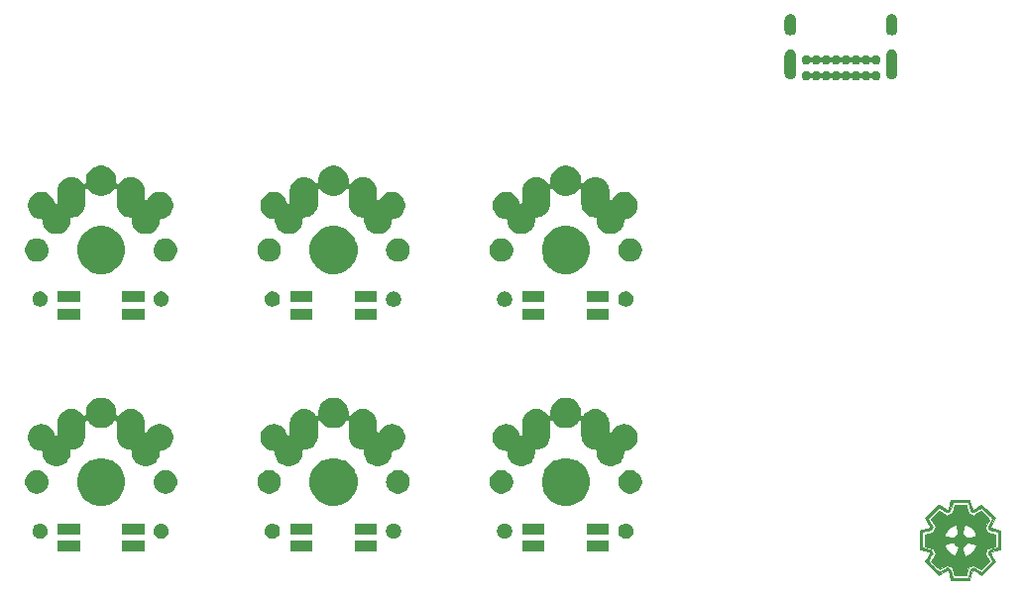
<source format=gbr>
G04 #@! TF.GenerationSoftware,KiCad,Pcbnew,(5.1.5)-3*
G04 #@! TF.CreationDate,2020-04-23T15:25:22-04:00*
G04 #@! TF.ProjectId,Flying_MX,466c7969-6e67-45f4-9d58-2e6b69636164,rev?*
G04 #@! TF.SameCoordinates,Original*
G04 #@! TF.FileFunction,Soldermask,Bot*
G04 #@! TF.FilePolarity,Negative*
%FSLAX46Y46*%
G04 Gerber Fmt 4.6, Leading zero omitted, Abs format (unit mm)*
G04 Created by KiCad (PCBNEW (5.1.5)-3) date 2020-04-23 15:25:22*
%MOMM*%
%LPD*%
G04 APERTURE LIST*
%ADD10C,0.010000*%
%ADD11C,0.100000*%
G04 APERTURE END LIST*
D10*
G36*
X133565190Y-78645818D02*
G01*
X133688198Y-78645071D01*
X133703004Y-78644972D01*
X134199503Y-78641650D01*
X134234386Y-78514650D01*
X134249703Y-78458482D01*
X134269547Y-78385128D01*
X134291932Y-78301953D01*
X134314875Y-78216325D01*
X134329026Y-78163297D01*
X134388783Y-77938943D01*
X134504286Y-77898609D01*
X134571610Y-77873513D01*
X134647763Y-77842706D01*
X134718863Y-77811856D01*
X134735385Y-77804258D01*
X134850981Y-77750239D01*
X135167519Y-77932483D01*
X135484057Y-78114726D01*
X135835178Y-77763773D01*
X136186298Y-77412821D01*
X136027683Y-77138236D01*
X135982511Y-77060039D01*
X135940217Y-76986828D01*
X135902890Y-76922222D01*
X135872623Y-76869839D01*
X135851505Y-76833298D01*
X135843285Y-76819082D01*
X135817502Y-76774513D01*
X135865791Y-76679382D01*
X135891514Y-76624692D01*
X135920559Y-76556699D01*
X135948385Y-76486256D01*
X135961165Y-76451419D01*
X136008249Y-76318587D01*
X136365424Y-76223711D01*
X136722600Y-76128835D01*
X136722600Y-75134080D01*
X136006612Y-74943726D01*
X135970826Y-74836888D01*
X135948587Y-74776060D01*
X135919679Y-74704621D01*
X135889034Y-74634558D01*
X135876799Y-74608359D01*
X135818559Y-74486668D01*
X136186281Y-73853750D01*
X135834830Y-73500868D01*
X135483378Y-73147986D01*
X135167256Y-73330659D01*
X134851134Y-73513333D01*
X134735461Y-73459279D01*
X134668099Y-73429385D01*
X134591948Y-73398008D01*
X134520877Y-73370809D01*
X134504286Y-73364892D01*
X134388783Y-73324558D01*
X134328931Y-73100204D01*
X134306705Y-73016912D01*
X134283859Y-72931328D01*
X134262359Y-72850814D01*
X134244169Y-72782731D01*
X134235111Y-72748850D01*
X134201143Y-72621850D01*
X133703824Y-72618529D01*
X133578093Y-72617749D01*
X133475402Y-72617311D01*
X133393390Y-72617305D01*
X133329698Y-72617821D01*
X133281966Y-72618947D01*
X133247835Y-72620772D01*
X133224944Y-72623386D01*
X133210935Y-72626878D01*
X133203447Y-72631338D01*
X133200121Y-72636853D01*
X133199893Y-72637579D01*
X133194770Y-72656076D01*
X133184169Y-72695189D01*
X133169148Y-72750988D01*
X133150764Y-72819542D01*
X133130075Y-72896924D01*
X133122141Y-72926650D01*
X133099954Y-73009667D01*
X133078815Y-73088465D01*
X133060008Y-73158283D01*
X133044818Y-73214356D01*
X133034527Y-73251921D01*
X133032768Y-73258227D01*
X133014535Y-73323104D01*
X132900443Y-73363916D01*
X132833829Y-73389462D01*
X132758487Y-73420973D01*
X132688190Y-73452632D01*
X132672153Y-73460310D01*
X132557954Y-73515891D01*
X132238507Y-73330720D01*
X131919059Y-73145548D01*
X131568104Y-73496627D01*
X131217150Y-73847707D01*
X131237099Y-73882479D01*
X131248784Y-73902803D01*
X131271187Y-73941730D01*
X131302345Y-73995852D01*
X131340298Y-74061762D01*
X131383083Y-74136053D01*
X131419584Y-74199425D01*
X131582121Y-74481600D01*
X131523965Y-74612175D01*
X131495346Y-74678537D01*
X131466287Y-74749433D01*
X131441142Y-74814099D01*
X131430380Y-74843613D01*
X131394950Y-74944476D01*
X131055780Y-75035716D01*
X130966176Y-75059900D01*
X130884019Y-75082226D01*
X130812680Y-75101765D01*
X130755531Y-75117588D01*
X130715943Y-75128769D01*
X130697288Y-75134378D01*
X130696856Y-75134537D01*
X130691818Y-75138759D01*
X130687752Y-75148715D01*
X130684579Y-75166732D01*
X130682223Y-75195136D01*
X130680609Y-75236253D01*
X130680304Y-75254317D01*
X132334083Y-75254317D01*
X132334482Y-75239132D01*
X132343359Y-75206104D01*
X132358762Y-75160551D01*
X132378737Y-75107787D01*
X132401331Y-75053130D01*
X132424590Y-75001895D01*
X132433388Y-74984050D01*
X132525671Y-74829480D01*
X132638635Y-74686704D01*
X132769308Y-74558284D01*
X132914719Y-74446781D01*
X133071897Y-74354755D01*
X133237870Y-74284768D01*
X133249031Y-74280996D01*
X133288634Y-74268239D01*
X133316884Y-74259939D01*
X133327146Y-74257915D01*
X133330788Y-74270264D01*
X133340154Y-74304213D01*
X133354448Y-74356816D01*
X133372874Y-74425124D01*
X133394635Y-74506190D01*
X133418934Y-74597065D01*
X133432384Y-74647500D01*
X133457964Y-74743407D01*
X133481647Y-74832004D01*
X133502588Y-74910152D01*
X133519944Y-74974708D01*
X133532872Y-75022531D01*
X133540527Y-75050480D01*
X133542094Y-75055956D01*
X133541442Y-75060250D01*
X133865359Y-75060250D01*
X133868450Y-75045947D01*
X133877186Y-75010724D01*
X133890615Y-74958189D01*
X133907782Y-74891950D01*
X133927731Y-74815613D01*
X133949510Y-74732787D01*
X133972163Y-74647078D01*
X133994735Y-74562096D01*
X134016274Y-74481447D01*
X134035824Y-74408738D01*
X134052430Y-74347578D01*
X134065139Y-74301574D01*
X134072997Y-74274334D01*
X134074507Y-74269665D01*
X134088554Y-74265594D01*
X134120987Y-74271452D01*
X134167528Y-74285697D01*
X134223901Y-74306787D01*
X134285829Y-74333183D01*
X134349034Y-74363342D01*
X134381563Y-74380311D01*
X134541156Y-74480605D01*
X134684722Y-74600528D01*
X134811685Y-74739551D01*
X134891985Y-74850399D01*
X134931809Y-74915874D01*
X134971581Y-74989647D01*
X135008155Y-75065070D01*
X135038386Y-75135499D01*
X135059125Y-75194286D01*
X135064399Y-75214597D01*
X135067940Y-75242366D01*
X135058387Y-75257141D01*
X135031064Y-75268019D01*
X135002910Y-75276342D01*
X134956476Y-75289337D01*
X134895349Y-75306055D01*
X134823115Y-75325553D01*
X134743362Y-75346883D01*
X134659675Y-75369100D01*
X134575642Y-75391258D01*
X134494849Y-75412411D01*
X134420883Y-75431613D01*
X134357330Y-75447918D01*
X134307778Y-75460380D01*
X134275813Y-75468053D01*
X134265010Y-75470059D01*
X134258664Y-75457765D01*
X134244435Y-75428473D01*
X134225229Y-75388178D01*
X134222478Y-75382359D01*
X134163404Y-75285699D01*
X134085107Y-75201453D01*
X133992593Y-75134621D01*
X133954430Y-75114680D01*
X133912266Y-75093356D01*
X133880867Y-75074591D01*
X133865889Y-75061840D01*
X133865359Y-75060250D01*
X133541442Y-75060250D01*
X133539467Y-75073254D01*
X133515777Y-75084194D01*
X133510618Y-75085405D01*
X133468156Y-75101599D01*
X133415228Y-75131714D01*
X133358676Y-75171081D01*
X133305339Y-75215028D01*
X133270464Y-75249377D01*
X133238207Y-75289703D01*
X133206508Y-75337811D01*
X133179296Y-75386691D01*
X133160502Y-75429329D01*
X133154024Y-75457125D01*
X133147856Y-75471854D01*
X133144375Y-75472926D01*
X133129273Y-75469720D01*
X133093475Y-75460796D01*
X133040511Y-75447105D01*
X132973909Y-75429599D01*
X132897198Y-75409230D01*
X132813909Y-75386951D01*
X132727570Y-75363713D01*
X132641710Y-75340470D01*
X132559858Y-75318171D01*
X132485544Y-75297771D01*
X132422296Y-75280221D01*
X132373644Y-75266473D01*
X132343118Y-75257480D01*
X132334083Y-75254317D01*
X130680304Y-75254317D01*
X130679660Y-75292409D01*
X130679299Y-75365928D01*
X130679449Y-75459138D01*
X130680036Y-75574363D01*
X130680425Y-75634584D01*
X130682971Y-76011813D01*
X132333473Y-76011813D01*
X132334489Y-76008778D01*
X132347717Y-76004157D01*
X132381953Y-75994016D01*
X132433643Y-75979317D01*
X132499237Y-75961020D01*
X132575183Y-75940086D01*
X132657928Y-75917476D01*
X132743920Y-75894153D01*
X132829608Y-75871076D01*
X132911439Y-75849207D01*
X132985862Y-75829506D01*
X133049324Y-75812936D01*
X133098275Y-75800456D01*
X133129160Y-75793029D01*
X133138025Y-75791355D01*
X133152785Y-75800422D01*
X133154024Y-75806375D01*
X133159164Y-75825950D01*
X133172298Y-75859830D01*
X133185115Y-75888766D01*
X133233712Y-75968295D01*
X133300965Y-76043736D01*
X133380201Y-76109078D01*
X133464751Y-76158310D01*
X133500308Y-76172761D01*
X133529265Y-76186190D01*
X133543327Y-76199346D01*
X133543483Y-76202747D01*
X133543339Y-76203250D01*
X133865359Y-76203250D01*
X133876167Y-76192140D01*
X133904519Y-76174370D01*
X133944687Y-76153461D01*
X133952317Y-76149829D01*
X134048224Y-76091568D01*
X134132614Y-76014166D01*
X134200140Y-75922980D01*
X134224276Y-75877433D01*
X134244426Y-75835941D01*
X134260860Y-75805319D01*
X134270517Y-75791202D01*
X134271314Y-75790849D01*
X134284723Y-75794112D01*
X134319694Y-75803204D01*
X134373266Y-75817338D01*
X134442477Y-75835728D01*
X134524365Y-75857588D01*
X134615969Y-75882132D01*
X134671550Y-75897064D01*
X135065250Y-76002932D01*
X135062044Y-76042631D01*
X135052993Y-76083921D01*
X135032621Y-76141035D01*
X135003460Y-76208508D01*
X134968042Y-76280875D01*
X134928897Y-76352669D01*
X134888557Y-76418424D01*
X134886723Y-76421201D01*
X134774658Y-76567574D01*
X134643492Y-76698644D01*
X134495731Y-76812464D01*
X134333876Y-76907088D01*
X134172632Y-76976251D01*
X134122113Y-76993035D01*
X134091176Y-76999659D01*
X134076397Y-76996732D01*
X134074460Y-76993712D01*
X134068692Y-76974521D01*
X134057711Y-76935200D01*
X134042471Y-76879359D01*
X134023927Y-76810604D01*
X134003033Y-76732543D01*
X133980744Y-76648784D01*
X133958013Y-76562935D01*
X133935795Y-76478602D01*
X133915044Y-76399395D01*
X133896716Y-76328920D01*
X133881763Y-76270785D01*
X133871141Y-76228599D01*
X133865803Y-76205968D01*
X133865359Y-76203250D01*
X133543339Y-76203250D01*
X133539153Y-76217833D01*
X133529111Y-76254439D01*
X133514174Y-76309541D01*
X133495157Y-76380113D01*
X133472877Y-76463129D01*
X133448149Y-76555564D01*
X133433281Y-76611272D01*
X133327863Y-77006594D01*
X133286237Y-76995100D01*
X133137300Y-76941733D01*
X132990960Y-76865899D01*
X132850694Y-76770518D01*
X132719979Y-76658509D01*
X132602295Y-76532789D01*
X132501118Y-76396279D01*
X132433477Y-76279450D01*
X132410033Y-76230114D01*
X132386722Y-76175620D01*
X132365476Y-76121254D01*
X132348230Y-76072306D01*
X132336918Y-76034064D01*
X132333473Y-76011813D01*
X130682971Y-76011813D01*
X130683750Y-76127050D01*
X131394950Y-76318184D01*
X131430380Y-76419467D01*
X131451434Y-76476132D01*
X131478847Y-76545030D01*
X131508259Y-76615365D01*
X131523965Y-76651326D01*
X131582121Y-76781901D01*
X131419584Y-77064076D01*
X131374340Y-77142628D01*
X131332354Y-77215533D01*
X131295588Y-77279384D01*
X131266004Y-77330774D01*
X131245564Y-77366296D01*
X131237099Y-77381022D01*
X131217150Y-77415794D01*
X131918682Y-78117576D01*
X132237791Y-77932694D01*
X132556899Y-77747812D01*
X132687124Y-77809771D01*
X132751803Y-77839260D01*
X132819974Y-77868243D01*
X132881591Y-77892536D01*
X132911504Y-77903210D01*
X132957422Y-77920246D01*
X132993594Y-77936796D01*
X133013388Y-77949752D01*
X133014788Y-77951620D01*
X133020422Y-77968081D01*
X133031546Y-78005639D01*
X133047190Y-78060824D01*
X133066380Y-78130170D01*
X133088146Y-78210208D01*
X133108478Y-78286050D01*
X133131644Y-78372920D01*
X133152911Y-78452464D01*
X133171328Y-78521141D01*
X133185945Y-78575409D01*
X133195809Y-78611727D01*
X133199772Y-78625922D01*
X133202796Y-78631573D01*
X133209703Y-78636155D01*
X133222854Y-78639757D01*
X133244613Y-78642470D01*
X133277341Y-78644383D01*
X133323401Y-78645585D01*
X133385154Y-78646165D01*
X133464963Y-78646213D01*
X133565190Y-78645818D01*
G37*
X133565190Y-78645818D02*
X133688198Y-78645071D01*
X133703004Y-78644972D01*
X134199503Y-78641650D01*
X134234386Y-78514650D01*
X134249703Y-78458482D01*
X134269547Y-78385128D01*
X134291932Y-78301953D01*
X134314875Y-78216325D01*
X134329026Y-78163297D01*
X134388783Y-77938943D01*
X134504286Y-77898609D01*
X134571610Y-77873513D01*
X134647763Y-77842706D01*
X134718863Y-77811856D01*
X134735385Y-77804258D01*
X134850981Y-77750239D01*
X135167519Y-77932483D01*
X135484057Y-78114726D01*
X135835178Y-77763773D01*
X136186298Y-77412821D01*
X136027683Y-77138236D01*
X135982511Y-77060039D01*
X135940217Y-76986828D01*
X135902890Y-76922222D01*
X135872623Y-76869839D01*
X135851505Y-76833298D01*
X135843285Y-76819082D01*
X135817502Y-76774513D01*
X135865791Y-76679382D01*
X135891514Y-76624692D01*
X135920559Y-76556699D01*
X135948385Y-76486256D01*
X135961165Y-76451419D01*
X136008249Y-76318587D01*
X136365424Y-76223711D01*
X136722600Y-76128835D01*
X136722600Y-75134080D01*
X136006612Y-74943726D01*
X135970826Y-74836888D01*
X135948587Y-74776060D01*
X135919679Y-74704621D01*
X135889034Y-74634558D01*
X135876799Y-74608359D01*
X135818559Y-74486668D01*
X136186281Y-73853750D01*
X135834830Y-73500868D01*
X135483378Y-73147986D01*
X135167256Y-73330659D01*
X134851134Y-73513333D01*
X134735461Y-73459279D01*
X134668099Y-73429385D01*
X134591948Y-73398008D01*
X134520877Y-73370809D01*
X134504286Y-73364892D01*
X134388783Y-73324558D01*
X134328931Y-73100204D01*
X134306705Y-73016912D01*
X134283859Y-72931328D01*
X134262359Y-72850814D01*
X134244169Y-72782731D01*
X134235111Y-72748850D01*
X134201143Y-72621850D01*
X133703824Y-72618529D01*
X133578093Y-72617749D01*
X133475402Y-72617311D01*
X133393390Y-72617305D01*
X133329698Y-72617821D01*
X133281966Y-72618947D01*
X133247835Y-72620772D01*
X133224944Y-72623386D01*
X133210935Y-72626878D01*
X133203447Y-72631338D01*
X133200121Y-72636853D01*
X133199893Y-72637579D01*
X133194770Y-72656076D01*
X133184169Y-72695189D01*
X133169148Y-72750988D01*
X133150764Y-72819542D01*
X133130075Y-72896924D01*
X133122141Y-72926650D01*
X133099954Y-73009667D01*
X133078815Y-73088465D01*
X133060008Y-73158283D01*
X133044818Y-73214356D01*
X133034527Y-73251921D01*
X133032768Y-73258227D01*
X133014535Y-73323104D01*
X132900443Y-73363916D01*
X132833829Y-73389462D01*
X132758487Y-73420973D01*
X132688190Y-73452632D01*
X132672153Y-73460310D01*
X132557954Y-73515891D01*
X132238507Y-73330720D01*
X131919059Y-73145548D01*
X131568104Y-73496627D01*
X131217150Y-73847707D01*
X131237099Y-73882479D01*
X131248784Y-73902803D01*
X131271187Y-73941730D01*
X131302345Y-73995852D01*
X131340298Y-74061762D01*
X131383083Y-74136053D01*
X131419584Y-74199425D01*
X131582121Y-74481600D01*
X131523965Y-74612175D01*
X131495346Y-74678537D01*
X131466287Y-74749433D01*
X131441142Y-74814099D01*
X131430380Y-74843613D01*
X131394950Y-74944476D01*
X131055780Y-75035716D01*
X130966176Y-75059900D01*
X130884019Y-75082226D01*
X130812680Y-75101765D01*
X130755531Y-75117588D01*
X130715943Y-75128769D01*
X130697288Y-75134378D01*
X130696856Y-75134537D01*
X130691818Y-75138759D01*
X130687752Y-75148715D01*
X130684579Y-75166732D01*
X130682223Y-75195136D01*
X130680609Y-75236253D01*
X130680304Y-75254317D01*
X132334083Y-75254317D01*
X132334482Y-75239132D01*
X132343359Y-75206104D01*
X132358762Y-75160551D01*
X132378737Y-75107787D01*
X132401331Y-75053130D01*
X132424590Y-75001895D01*
X132433388Y-74984050D01*
X132525671Y-74829480D01*
X132638635Y-74686704D01*
X132769308Y-74558284D01*
X132914719Y-74446781D01*
X133071897Y-74354755D01*
X133237870Y-74284768D01*
X133249031Y-74280996D01*
X133288634Y-74268239D01*
X133316884Y-74259939D01*
X133327146Y-74257915D01*
X133330788Y-74270264D01*
X133340154Y-74304213D01*
X133354448Y-74356816D01*
X133372874Y-74425124D01*
X133394635Y-74506190D01*
X133418934Y-74597065D01*
X133432384Y-74647500D01*
X133457964Y-74743407D01*
X133481647Y-74832004D01*
X133502588Y-74910152D01*
X133519944Y-74974708D01*
X133532872Y-75022531D01*
X133540527Y-75050480D01*
X133542094Y-75055956D01*
X133541442Y-75060250D01*
X133865359Y-75060250D01*
X133868450Y-75045947D01*
X133877186Y-75010724D01*
X133890615Y-74958189D01*
X133907782Y-74891950D01*
X133927731Y-74815613D01*
X133949510Y-74732787D01*
X133972163Y-74647078D01*
X133994735Y-74562096D01*
X134016274Y-74481447D01*
X134035824Y-74408738D01*
X134052430Y-74347578D01*
X134065139Y-74301574D01*
X134072997Y-74274334D01*
X134074507Y-74269665D01*
X134088554Y-74265594D01*
X134120987Y-74271452D01*
X134167528Y-74285697D01*
X134223901Y-74306787D01*
X134285829Y-74333183D01*
X134349034Y-74363342D01*
X134381563Y-74380311D01*
X134541156Y-74480605D01*
X134684722Y-74600528D01*
X134811685Y-74739551D01*
X134891985Y-74850399D01*
X134931809Y-74915874D01*
X134971581Y-74989647D01*
X135008155Y-75065070D01*
X135038386Y-75135499D01*
X135059125Y-75194286D01*
X135064399Y-75214597D01*
X135067940Y-75242366D01*
X135058387Y-75257141D01*
X135031064Y-75268019D01*
X135002910Y-75276342D01*
X134956476Y-75289337D01*
X134895349Y-75306055D01*
X134823115Y-75325553D01*
X134743362Y-75346883D01*
X134659675Y-75369100D01*
X134575642Y-75391258D01*
X134494849Y-75412411D01*
X134420883Y-75431613D01*
X134357330Y-75447918D01*
X134307778Y-75460380D01*
X134275813Y-75468053D01*
X134265010Y-75470059D01*
X134258664Y-75457765D01*
X134244435Y-75428473D01*
X134225229Y-75388178D01*
X134222478Y-75382359D01*
X134163404Y-75285699D01*
X134085107Y-75201453D01*
X133992593Y-75134621D01*
X133954430Y-75114680D01*
X133912266Y-75093356D01*
X133880867Y-75074591D01*
X133865889Y-75061840D01*
X133865359Y-75060250D01*
X133541442Y-75060250D01*
X133539467Y-75073254D01*
X133515777Y-75084194D01*
X133510618Y-75085405D01*
X133468156Y-75101599D01*
X133415228Y-75131714D01*
X133358676Y-75171081D01*
X133305339Y-75215028D01*
X133270464Y-75249377D01*
X133238207Y-75289703D01*
X133206508Y-75337811D01*
X133179296Y-75386691D01*
X133160502Y-75429329D01*
X133154024Y-75457125D01*
X133147856Y-75471854D01*
X133144375Y-75472926D01*
X133129273Y-75469720D01*
X133093475Y-75460796D01*
X133040511Y-75447105D01*
X132973909Y-75429599D01*
X132897198Y-75409230D01*
X132813909Y-75386951D01*
X132727570Y-75363713D01*
X132641710Y-75340470D01*
X132559858Y-75318171D01*
X132485544Y-75297771D01*
X132422296Y-75280221D01*
X132373644Y-75266473D01*
X132343118Y-75257480D01*
X132334083Y-75254317D01*
X130680304Y-75254317D01*
X130679660Y-75292409D01*
X130679299Y-75365928D01*
X130679449Y-75459138D01*
X130680036Y-75574363D01*
X130680425Y-75634584D01*
X130682971Y-76011813D01*
X132333473Y-76011813D01*
X132334489Y-76008778D01*
X132347717Y-76004157D01*
X132381953Y-75994016D01*
X132433643Y-75979317D01*
X132499237Y-75961020D01*
X132575183Y-75940086D01*
X132657928Y-75917476D01*
X132743920Y-75894153D01*
X132829608Y-75871076D01*
X132911439Y-75849207D01*
X132985862Y-75829506D01*
X133049324Y-75812936D01*
X133098275Y-75800456D01*
X133129160Y-75793029D01*
X133138025Y-75791355D01*
X133152785Y-75800422D01*
X133154024Y-75806375D01*
X133159164Y-75825950D01*
X133172298Y-75859830D01*
X133185115Y-75888766D01*
X133233712Y-75968295D01*
X133300965Y-76043736D01*
X133380201Y-76109078D01*
X133464751Y-76158310D01*
X133500308Y-76172761D01*
X133529265Y-76186190D01*
X133543327Y-76199346D01*
X133543483Y-76202747D01*
X133543339Y-76203250D01*
X133865359Y-76203250D01*
X133876167Y-76192140D01*
X133904519Y-76174370D01*
X133944687Y-76153461D01*
X133952317Y-76149829D01*
X134048224Y-76091568D01*
X134132614Y-76014166D01*
X134200140Y-75922980D01*
X134224276Y-75877433D01*
X134244426Y-75835941D01*
X134260860Y-75805319D01*
X134270517Y-75791202D01*
X134271314Y-75790849D01*
X134284723Y-75794112D01*
X134319694Y-75803204D01*
X134373266Y-75817338D01*
X134442477Y-75835728D01*
X134524365Y-75857588D01*
X134615969Y-75882132D01*
X134671550Y-75897064D01*
X135065250Y-76002932D01*
X135062044Y-76042631D01*
X135052993Y-76083921D01*
X135032621Y-76141035D01*
X135003460Y-76208508D01*
X134968042Y-76280875D01*
X134928897Y-76352669D01*
X134888557Y-76418424D01*
X134886723Y-76421201D01*
X134774658Y-76567574D01*
X134643492Y-76698644D01*
X134495731Y-76812464D01*
X134333876Y-76907088D01*
X134172632Y-76976251D01*
X134122113Y-76993035D01*
X134091176Y-76999659D01*
X134076397Y-76996732D01*
X134074460Y-76993712D01*
X134068692Y-76974521D01*
X134057711Y-76935200D01*
X134042471Y-76879359D01*
X134023927Y-76810604D01*
X134003033Y-76732543D01*
X133980744Y-76648784D01*
X133958013Y-76562935D01*
X133935795Y-76478602D01*
X133915044Y-76399395D01*
X133896716Y-76328920D01*
X133881763Y-76270785D01*
X133871141Y-76228599D01*
X133865803Y-76205968D01*
X133865359Y-76203250D01*
X133543339Y-76203250D01*
X133539153Y-76217833D01*
X133529111Y-76254439D01*
X133514174Y-76309541D01*
X133495157Y-76380113D01*
X133472877Y-76463129D01*
X133448149Y-76555564D01*
X133433281Y-76611272D01*
X133327863Y-77006594D01*
X133286237Y-76995100D01*
X133137300Y-76941733D01*
X132990960Y-76865899D01*
X132850694Y-76770518D01*
X132719979Y-76658509D01*
X132602295Y-76532789D01*
X132501118Y-76396279D01*
X132433477Y-76279450D01*
X132410033Y-76230114D01*
X132386722Y-76175620D01*
X132365476Y-76121254D01*
X132348230Y-76072306D01*
X132336918Y-76034064D01*
X132333473Y-76011813D01*
X130682971Y-76011813D01*
X130683750Y-76127050D01*
X131394950Y-76318184D01*
X131430380Y-76419467D01*
X131451434Y-76476132D01*
X131478847Y-76545030D01*
X131508259Y-76615365D01*
X131523965Y-76651326D01*
X131582121Y-76781901D01*
X131419584Y-77064076D01*
X131374340Y-77142628D01*
X131332354Y-77215533D01*
X131295588Y-77279384D01*
X131266004Y-77330774D01*
X131245564Y-77366296D01*
X131237099Y-77381022D01*
X131217150Y-77415794D01*
X131918682Y-78117576D01*
X132237791Y-77932694D01*
X132556899Y-77747812D01*
X132687124Y-77809771D01*
X132751803Y-77839260D01*
X132819974Y-77868243D01*
X132881591Y-77892536D01*
X132911504Y-77903210D01*
X132957422Y-77920246D01*
X132993594Y-77936796D01*
X133013388Y-77949752D01*
X133014788Y-77951620D01*
X133020422Y-77968081D01*
X133031546Y-78005639D01*
X133047190Y-78060824D01*
X133066380Y-78130170D01*
X133088146Y-78210208D01*
X133108478Y-78286050D01*
X133131644Y-78372920D01*
X133152911Y-78452464D01*
X133171328Y-78521141D01*
X133185945Y-78575409D01*
X133195809Y-78611727D01*
X133199772Y-78625922D01*
X133202796Y-78631573D01*
X133209703Y-78636155D01*
X133222854Y-78639757D01*
X133244613Y-78642470D01*
X133277341Y-78644383D01*
X133323401Y-78645585D01*
X133385154Y-78646165D01*
X133464963Y-78646213D01*
X133565190Y-78645818D01*
G36*
X134506450Y-79016213D02*
G01*
X134612744Y-78617834D01*
X134719038Y-78219456D01*
X134762400Y-78198778D01*
X134795526Y-78185108D01*
X134820810Y-78178278D01*
X134823503Y-78178100D01*
X134838478Y-78184248D01*
X134872627Y-78201676D01*
X134923182Y-78228867D01*
X134987380Y-78264301D01*
X135062453Y-78306458D01*
X135145637Y-78353820D01*
X135194128Y-78381702D01*
X135547012Y-78585303D01*
X136685807Y-77446508D01*
X136481953Y-77093776D01*
X136432305Y-77007335D01*
X136387025Y-76927477D01*
X136347635Y-76856965D01*
X136315657Y-76798562D01*
X136292611Y-76755033D01*
X136280019Y-76729140D01*
X136278100Y-76723403D01*
X136283294Y-76700844D01*
X136296064Y-76668241D01*
X136298753Y-76662452D01*
X136319406Y-76619142D01*
X137116300Y-76407198D01*
X137116300Y-74793463D01*
X136319268Y-74580569D01*
X136298684Y-74537404D01*
X136285051Y-74504364D01*
X136278267Y-74479200D01*
X136278100Y-74476598D01*
X136284254Y-74461652D01*
X136301704Y-74427540D01*
X136328927Y-74377026D01*
X136364404Y-74312873D01*
X136406612Y-74237845D01*
X136454032Y-74154705D01*
X136481953Y-74106225D01*
X136685807Y-73753493D01*
X135547012Y-72614698D01*
X135194128Y-72818299D01*
X135107646Y-72867888D01*
X135027744Y-72913112D01*
X134957188Y-72952453D01*
X134898744Y-72984392D01*
X134855177Y-73007409D01*
X134829253Y-73019985D01*
X134823503Y-73021900D01*
X134800876Y-73016704D01*
X134768224Y-73003928D01*
X134762400Y-73001223D01*
X134719038Y-72980545D01*
X134612744Y-72582167D01*
X134506450Y-72183788D01*
X132893550Y-72183768D01*
X132680602Y-72980716D01*
X132637420Y-73001308D01*
X132604351Y-73014946D01*
X132579134Y-73021732D01*
X132576520Y-73021900D01*
X132561559Y-73015739D01*
X132527441Y-72998268D01*
X132476930Y-72971013D01*
X132412789Y-72935495D01*
X132337783Y-72893239D01*
X132254675Y-72845766D01*
X132206321Y-72817874D01*
X131853838Y-72613847D01*
X130714192Y-73753493D01*
X130918046Y-74106225D01*
X130967694Y-74192666D01*
X131012974Y-74272524D01*
X131052364Y-74343036D01*
X131084342Y-74401439D01*
X131107388Y-74444968D01*
X131119980Y-74470861D01*
X131121900Y-74476598D01*
X131116705Y-74499127D01*
X131103926Y-74531769D01*
X131101125Y-74537802D01*
X131096844Y-74547711D01*
X131093037Y-74556072D01*
X131087658Y-74563554D01*
X131078663Y-74570822D01*
X131064005Y-74578547D01*
X131041640Y-74587394D01*
X131009522Y-74598032D01*
X130965605Y-74611127D01*
X130907844Y-74627349D01*
X130834193Y-74647364D01*
X130742608Y-74671841D01*
X130631042Y-74701446D01*
X130497451Y-74736847D01*
X130464675Y-74745540D01*
X130283700Y-74793550D01*
X130283700Y-76268071D01*
X130461499Y-76268071D01*
X130461500Y-75600001D01*
X130461500Y-74931930D01*
X130813925Y-74838518D01*
X130905772Y-74814085D01*
X130990589Y-74791351D01*
X131064985Y-74771240D01*
X131125570Y-74754674D01*
X131168954Y-74742574D01*
X131191745Y-74735864D01*
X131193335Y-74735323D01*
X131216302Y-74715136D01*
X131241180Y-74671381D01*
X131252390Y-74645244D01*
X131272988Y-74593944D01*
X131293517Y-74543249D01*
X131306395Y-74511768D01*
X131328330Y-74458586D01*
X131146864Y-74143468D01*
X131099551Y-74061361D01*
X131055873Y-73985665D01*
X131017578Y-73919400D01*
X130986413Y-73865587D01*
X130964126Y-73827244D01*
X130952463Y-73807394D01*
X130951673Y-73806091D01*
X130950596Y-73799095D01*
X130954918Y-73787971D01*
X130965963Y-73771294D01*
X130985051Y-73747635D01*
X131013506Y-73715568D01*
X131052651Y-73673664D01*
X131103807Y-73620498D01*
X131168298Y-73554641D01*
X131247446Y-73474666D01*
X131342574Y-73379146D01*
X131407684Y-73313966D01*
X131497876Y-73223902D01*
X131582690Y-73139504D01*
X131660427Y-73062440D01*
X131729393Y-72994378D01*
X131787892Y-72936985D01*
X131834227Y-72891928D01*
X131866702Y-72860875D01*
X131883621Y-72845492D01*
X131885646Y-72844100D01*
X131898297Y-72850222D01*
X131930144Y-72867549D01*
X131978424Y-72894521D01*
X132040373Y-72929580D01*
X132113226Y-72971167D01*
X132194221Y-73017723D01*
X132225543Y-73035806D01*
X132320445Y-73090504D01*
X132395998Y-73133556D01*
X132454740Y-73166198D01*
X132499210Y-73189669D01*
X132531946Y-73205209D01*
X132555487Y-73214054D01*
X132572374Y-73217443D01*
X132585143Y-73216615D01*
X132592031Y-73214555D01*
X132619837Y-73203649D01*
X132662997Y-73186102D01*
X132713482Y-73165190D01*
X132728450Y-73158920D01*
X132830050Y-73116241D01*
X132930842Y-72738871D01*
X133031634Y-72361500D01*
X134368365Y-72361500D01*
X134469157Y-72738964D01*
X134569950Y-73116428D01*
X134706107Y-73172063D01*
X134842265Y-73227699D01*
X135169179Y-73039075D01*
X135252179Y-72991321D01*
X135328303Y-72947785D01*
X135394707Y-72910072D01*
X135448547Y-72879786D01*
X135486981Y-72858534D01*
X135507166Y-72847921D01*
X135509271Y-72847043D01*
X135520518Y-72855116D01*
X135547934Y-72879569D01*
X135589807Y-72918746D01*
X135644421Y-72970991D01*
X135710064Y-73034649D01*
X135785021Y-73108062D01*
X135867579Y-73189575D01*
X135956022Y-73277531D01*
X135992251Y-73313734D01*
X136097572Y-73419275D01*
X136186125Y-73508414D01*
X136259233Y-73582578D01*
X136318216Y-73643194D01*
X136364397Y-73691689D01*
X136399098Y-73729491D01*
X136423641Y-73758027D01*
X136439349Y-73778724D01*
X136447543Y-73793009D01*
X136449546Y-73802311D01*
X136448326Y-73806091D01*
X136438609Y-73822558D01*
X136417977Y-73858018D01*
X136388179Y-73909447D01*
X136350966Y-73973820D01*
X136308087Y-74048115D01*
X136261292Y-74129306D01*
X136253539Y-74142767D01*
X136200601Y-74234985D01*
X136159261Y-74307927D01*
X136128258Y-74364218D01*
X136106326Y-74406483D01*
X136092203Y-74437349D01*
X136084624Y-74459441D01*
X136082326Y-74475384D01*
X136084045Y-74487805D01*
X136085440Y-74492017D01*
X136096354Y-74519825D01*
X136113921Y-74562984D01*
X136134863Y-74613465D01*
X136141150Y-74628450D01*
X136183899Y-74730050D01*
X136561199Y-74830891D01*
X136938500Y-74931732D01*
X136938500Y-76268269D01*
X136561199Y-76369110D01*
X136183899Y-76469950D01*
X136141150Y-76571550D01*
X136119842Y-76622656D01*
X136100949Y-76668787D01*
X136087750Y-76701914D01*
X136085440Y-76707984D01*
X136082559Y-76719768D01*
X136083230Y-76734108D01*
X136088715Y-76753628D01*
X136100279Y-76780954D01*
X136119186Y-76818713D01*
X136146699Y-76869529D01*
X136184082Y-76936028D01*
X136232598Y-77020836D01*
X136253539Y-77057234D01*
X136300800Y-77139250D01*
X136344425Y-77214854D01*
X136382665Y-77281023D01*
X136413769Y-77334731D01*
X136435989Y-77372956D01*
X136447575Y-77392672D01*
X136448326Y-77393910D01*
X136449403Y-77400906D01*
X136445080Y-77412031D01*
X136434038Y-77428712D01*
X136414952Y-77452375D01*
X136386502Y-77484448D01*
X136347364Y-77526359D01*
X136296218Y-77579534D01*
X136231741Y-77645401D01*
X136152610Y-77725388D01*
X136057504Y-77820920D01*
X135992251Y-77886267D01*
X135901952Y-77976315D01*
X135816862Y-78060575D01*
X135738694Y-78137389D01*
X135669162Y-78205103D01*
X135609980Y-78262061D01*
X135562863Y-78306605D01*
X135529524Y-78337080D01*
X135511677Y-78351829D01*
X135509271Y-78352958D01*
X135495312Y-78345964D01*
X135462224Y-78327834D01*
X135412848Y-78300173D01*
X135350030Y-78264587D01*
X135276611Y-78222682D01*
X135195436Y-78176063D01*
X135169179Y-78160926D01*
X134842265Y-77972302D01*
X134706107Y-78027938D01*
X134569950Y-78083573D01*
X134469157Y-78461037D01*
X134368365Y-78838500D01*
X133699999Y-78838500D01*
X133031634Y-78838501D01*
X132930842Y-78461130D01*
X132830050Y-78083760D01*
X132728450Y-78041081D01*
X132677340Y-78019804D01*
X132631211Y-78000935D01*
X132598091Y-77987752D01*
X132592031Y-77985446D01*
X132580531Y-77982644D01*
X132566470Y-77983301D01*
X132547311Y-77988653D01*
X132520514Y-77999941D01*
X132483541Y-78018401D01*
X132433852Y-78045273D01*
X132368909Y-78081794D01*
X132286173Y-78129204D01*
X132225543Y-78164195D01*
X132142247Y-78212188D01*
X132066075Y-78255786D01*
X131999790Y-78293430D01*
X131946156Y-78323561D01*
X131907937Y-78344620D01*
X131887897Y-78355048D01*
X131885646Y-78355900D01*
X131875351Y-78347179D01*
X131848829Y-78322128D01*
X131807775Y-78282413D01*
X131753887Y-78229702D01*
X131688861Y-78165662D01*
X131614391Y-78091961D01*
X131532175Y-78010266D01*
X131443908Y-77922245D01*
X131407684Y-77886035D01*
X131302362Y-77780531D01*
X131213811Y-77691426D01*
X131140709Y-77617293D01*
X131081733Y-77556704D01*
X131035559Y-77508233D01*
X131000867Y-77470452D01*
X130976333Y-77441933D01*
X130960634Y-77421250D01*
X130952449Y-77406975D01*
X130950454Y-77397681D01*
X130951673Y-77393910D01*
X130961386Y-77377449D01*
X130982017Y-77341992D01*
X131011818Y-77290557D01*
X131049041Y-77226165D01*
X131091940Y-77151837D01*
X131138767Y-77070593D01*
X131146864Y-77056533D01*
X131328330Y-76741415D01*
X131306395Y-76688233D01*
X131289637Y-76647205D01*
X131268678Y-76595360D01*
X131252390Y-76554757D01*
X131227017Y-76501208D01*
X131203080Y-76470505D01*
X131193335Y-76464678D01*
X131174403Y-76458981D01*
X131134300Y-76447738D01*
X131076415Y-76431870D01*
X131004140Y-76412299D01*
X130920864Y-76389949D01*
X130829978Y-76365740D01*
X130813925Y-76361483D01*
X130461499Y-76268071D01*
X130283700Y-76268071D01*
X130283700Y-76406450D01*
X130464675Y-76454461D01*
X130603422Y-76491237D01*
X130719690Y-76522068D01*
X130815525Y-76547623D01*
X130892971Y-76568569D01*
X130954076Y-76585573D01*
X131000883Y-76599304D01*
X131035438Y-76610429D01*
X131059787Y-76619615D01*
X131075976Y-76627530D01*
X131086049Y-76634842D01*
X131092053Y-76642219D01*
X131096032Y-76650328D01*
X131100032Y-76659836D01*
X131101125Y-76662199D01*
X131114830Y-76695347D01*
X131121710Y-76720628D01*
X131121900Y-76723403D01*
X131115745Y-76738349D01*
X131098295Y-76772461D01*
X131071072Y-76822975D01*
X131035595Y-76887128D01*
X130993387Y-76962156D01*
X130945967Y-77045296D01*
X130918046Y-77093776D01*
X130714192Y-77446508D01*
X131853781Y-78586097D01*
X132206762Y-78382099D01*
X132293215Y-78332436D01*
X132373064Y-78287141D01*
X132443552Y-78247734D01*
X132501921Y-78215735D01*
X132545410Y-78192663D01*
X132571262Y-78180040D01*
X132576991Y-78178100D01*
X132599279Y-78183286D01*
X132631700Y-78196034D01*
X132637420Y-78198693D01*
X132680602Y-78219285D01*
X132893550Y-79016233D01*
X134506450Y-79016213D01*
G37*
X134506450Y-79016213D02*
X134612744Y-78617834D01*
X134719038Y-78219456D01*
X134762400Y-78198778D01*
X134795526Y-78185108D01*
X134820810Y-78178278D01*
X134823503Y-78178100D01*
X134838478Y-78184248D01*
X134872627Y-78201676D01*
X134923182Y-78228867D01*
X134987380Y-78264301D01*
X135062453Y-78306458D01*
X135145637Y-78353820D01*
X135194128Y-78381702D01*
X135547012Y-78585303D01*
X136685807Y-77446508D01*
X136481953Y-77093776D01*
X136432305Y-77007335D01*
X136387025Y-76927477D01*
X136347635Y-76856965D01*
X136315657Y-76798562D01*
X136292611Y-76755033D01*
X136280019Y-76729140D01*
X136278100Y-76723403D01*
X136283294Y-76700844D01*
X136296064Y-76668241D01*
X136298753Y-76662452D01*
X136319406Y-76619142D01*
X137116300Y-76407198D01*
X137116300Y-74793463D01*
X136319268Y-74580569D01*
X136298684Y-74537404D01*
X136285051Y-74504364D01*
X136278267Y-74479200D01*
X136278100Y-74476598D01*
X136284254Y-74461652D01*
X136301704Y-74427540D01*
X136328927Y-74377026D01*
X136364404Y-74312873D01*
X136406612Y-74237845D01*
X136454032Y-74154705D01*
X136481953Y-74106225D01*
X136685807Y-73753493D01*
X135547012Y-72614698D01*
X135194128Y-72818299D01*
X135107646Y-72867888D01*
X135027744Y-72913112D01*
X134957188Y-72952453D01*
X134898744Y-72984392D01*
X134855177Y-73007409D01*
X134829253Y-73019985D01*
X134823503Y-73021900D01*
X134800876Y-73016704D01*
X134768224Y-73003928D01*
X134762400Y-73001223D01*
X134719038Y-72980545D01*
X134612744Y-72582167D01*
X134506450Y-72183788D01*
X132893550Y-72183768D01*
X132680602Y-72980716D01*
X132637420Y-73001308D01*
X132604351Y-73014946D01*
X132579134Y-73021732D01*
X132576520Y-73021900D01*
X132561559Y-73015739D01*
X132527441Y-72998268D01*
X132476930Y-72971013D01*
X132412789Y-72935495D01*
X132337783Y-72893239D01*
X132254675Y-72845766D01*
X132206321Y-72817874D01*
X131853838Y-72613847D01*
X130714192Y-73753493D01*
X130918046Y-74106225D01*
X130967694Y-74192666D01*
X131012974Y-74272524D01*
X131052364Y-74343036D01*
X131084342Y-74401439D01*
X131107388Y-74444968D01*
X131119980Y-74470861D01*
X131121900Y-74476598D01*
X131116705Y-74499127D01*
X131103926Y-74531769D01*
X131101125Y-74537802D01*
X131096844Y-74547711D01*
X131093037Y-74556072D01*
X131087658Y-74563554D01*
X131078663Y-74570822D01*
X131064005Y-74578547D01*
X131041640Y-74587394D01*
X131009522Y-74598032D01*
X130965605Y-74611127D01*
X130907844Y-74627349D01*
X130834193Y-74647364D01*
X130742608Y-74671841D01*
X130631042Y-74701446D01*
X130497451Y-74736847D01*
X130464675Y-74745540D01*
X130283700Y-74793550D01*
X130283700Y-76268071D01*
X130461499Y-76268071D01*
X130461500Y-75600001D01*
X130461500Y-74931930D01*
X130813925Y-74838518D01*
X130905772Y-74814085D01*
X130990589Y-74791351D01*
X131064985Y-74771240D01*
X131125570Y-74754674D01*
X131168954Y-74742574D01*
X131191745Y-74735864D01*
X131193335Y-74735323D01*
X131216302Y-74715136D01*
X131241180Y-74671381D01*
X131252390Y-74645244D01*
X131272988Y-74593944D01*
X131293517Y-74543249D01*
X131306395Y-74511768D01*
X131328330Y-74458586D01*
X131146864Y-74143468D01*
X131099551Y-74061361D01*
X131055873Y-73985665D01*
X131017578Y-73919400D01*
X130986413Y-73865587D01*
X130964126Y-73827244D01*
X130952463Y-73807394D01*
X130951673Y-73806091D01*
X130950596Y-73799095D01*
X130954918Y-73787971D01*
X130965963Y-73771294D01*
X130985051Y-73747635D01*
X131013506Y-73715568D01*
X131052651Y-73673664D01*
X131103807Y-73620498D01*
X131168298Y-73554641D01*
X131247446Y-73474666D01*
X131342574Y-73379146D01*
X131407684Y-73313966D01*
X131497876Y-73223902D01*
X131582690Y-73139504D01*
X131660427Y-73062440D01*
X131729393Y-72994378D01*
X131787892Y-72936985D01*
X131834227Y-72891928D01*
X131866702Y-72860875D01*
X131883621Y-72845492D01*
X131885646Y-72844100D01*
X131898297Y-72850222D01*
X131930144Y-72867549D01*
X131978424Y-72894521D01*
X132040373Y-72929580D01*
X132113226Y-72971167D01*
X132194221Y-73017723D01*
X132225543Y-73035806D01*
X132320445Y-73090504D01*
X132395998Y-73133556D01*
X132454740Y-73166198D01*
X132499210Y-73189669D01*
X132531946Y-73205209D01*
X132555487Y-73214054D01*
X132572374Y-73217443D01*
X132585143Y-73216615D01*
X132592031Y-73214555D01*
X132619837Y-73203649D01*
X132662997Y-73186102D01*
X132713482Y-73165190D01*
X132728450Y-73158920D01*
X132830050Y-73116241D01*
X132930842Y-72738871D01*
X133031634Y-72361500D01*
X134368365Y-72361500D01*
X134469157Y-72738964D01*
X134569950Y-73116428D01*
X134706107Y-73172063D01*
X134842265Y-73227699D01*
X135169179Y-73039075D01*
X135252179Y-72991321D01*
X135328303Y-72947785D01*
X135394707Y-72910072D01*
X135448547Y-72879786D01*
X135486981Y-72858534D01*
X135507166Y-72847921D01*
X135509271Y-72847043D01*
X135520518Y-72855116D01*
X135547934Y-72879569D01*
X135589807Y-72918746D01*
X135644421Y-72970991D01*
X135710064Y-73034649D01*
X135785021Y-73108062D01*
X135867579Y-73189575D01*
X135956022Y-73277531D01*
X135992251Y-73313734D01*
X136097572Y-73419275D01*
X136186125Y-73508414D01*
X136259233Y-73582578D01*
X136318216Y-73643194D01*
X136364397Y-73691689D01*
X136399098Y-73729491D01*
X136423641Y-73758027D01*
X136439349Y-73778724D01*
X136447543Y-73793009D01*
X136449546Y-73802311D01*
X136448326Y-73806091D01*
X136438609Y-73822558D01*
X136417977Y-73858018D01*
X136388179Y-73909447D01*
X136350966Y-73973820D01*
X136308087Y-74048115D01*
X136261292Y-74129306D01*
X136253539Y-74142767D01*
X136200601Y-74234985D01*
X136159261Y-74307927D01*
X136128258Y-74364218D01*
X136106326Y-74406483D01*
X136092203Y-74437349D01*
X136084624Y-74459441D01*
X136082326Y-74475384D01*
X136084045Y-74487805D01*
X136085440Y-74492017D01*
X136096354Y-74519825D01*
X136113921Y-74562984D01*
X136134863Y-74613465D01*
X136141150Y-74628450D01*
X136183899Y-74730050D01*
X136561199Y-74830891D01*
X136938500Y-74931732D01*
X136938500Y-76268269D01*
X136561199Y-76369110D01*
X136183899Y-76469950D01*
X136141150Y-76571550D01*
X136119842Y-76622656D01*
X136100949Y-76668787D01*
X136087750Y-76701914D01*
X136085440Y-76707984D01*
X136082559Y-76719768D01*
X136083230Y-76734108D01*
X136088715Y-76753628D01*
X136100279Y-76780954D01*
X136119186Y-76818713D01*
X136146699Y-76869529D01*
X136184082Y-76936028D01*
X136232598Y-77020836D01*
X136253539Y-77057234D01*
X136300800Y-77139250D01*
X136344425Y-77214854D01*
X136382665Y-77281023D01*
X136413769Y-77334731D01*
X136435989Y-77372956D01*
X136447575Y-77392672D01*
X136448326Y-77393910D01*
X136449403Y-77400906D01*
X136445080Y-77412031D01*
X136434038Y-77428712D01*
X136414952Y-77452375D01*
X136386502Y-77484448D01*
X136347364Y-77526359D01*
X136296218Y-77579534D01*
X136231741Y-77645401D01*
X136152610Y-77725388D01*
X136057504Y-77820920D01*
X135992251Y-77886267D01*
X135901952Y-77976315D01*
X135816862Y-78060575D01*
X135738694Y-78137389D01*
X135669162Y-78205103D01*
X135609980Y-78262061D01*
X135562863Y-78306605D01*
X135529524Y-78337080D01*
X135511677Y-78351829D01*
X135509271Y-78352958D01*
X135495312Y-78345964D01*
X135462224Y-78327834D01*
X135412848Y-78300173D01*
X135350030Y-78264587D01*
X135276611Y-78222682D01*
X135195436Y-78176063D01*
X135169179Y-78160926D01*
X134842265Y-77972302D01*
X134706107Y-78027938D01*
X134569950Y-78083573D01*
X134469157Y-78461037D01*
X134368365Y-78838500D01*
X133699999Y-78838500D01*
X133031634Y-78838501D01*
X132930842Y-78461130D01*
X132830050Y-78083760D01*
X132728450Y-78041081D01*
X132677340Y-78019804D01*
X132631211Y-78000935D01*
X132598091Y-77987752D01*
X132592031Y-77985446D01*
X132580531Y-77982644D01*
X132566470Y-77983301D01*
X132547311Y-77988653D01*
X132520514Y-77999941D01*
X132483541Y-78018401D01*
X132433852Y-78045273D01*
X132368909Y-78081794D01*
X132286173Y-78129204D01*
X132225543Y-78164195D01*
X132142247Y-78212188D01*
X132066075Y-78255786D01*
X131999790Y-78293430D01*
X131946156Y-78323561D01*
X131907937Y-78344620D01*
X131887897Y-78355048D01*
X131885646Y-78355900D01*
X131875351Y-78347179D01*
X131848829Y-78322128D01*
X131807775Y-78282413D01*
X131753887Y-78229702D01*
X131688861Y-78165662D01*
X131614391Y-78091961D01*
X131532175Y-78010266D01*
X131443908Y-77922245D01*
X131407684Y-77886035D01*
X131302362Y-77780531D01*
X131213811Y-77691426D01*
X131140709Y-77617293D01*
X131081733Y-77556704D01*
X131035559Y-77508233D01*
X131000867Y-77470452D01*
X130976333Y-77441933D01*
X130960634Y-77421250D01*
X130952449Y-77406975D01*
X130950454Y-77397681D01*
X130951673Y-77393910D01*
X130961386Y-77377449D01*
X130982017Y-77341992D01*
X131011818Y-77290557D01*
X131049041Y-77226165D01*
X131091940Y-77151837D01*
X131138767Y-77070593D01*
X131146864Y-77056533D01*
X131328330Y-76741415D01*
X131306395Y-76688233D01*
X131289637Y-76647205D01*
X131268678Y-76595360D01*
X131252390Y-76554757D01*
X131227017Y-76501208D01*
X131203080Y-76470505D01*
X131193335Y-76464678D01*
X131174403Y-76458981D01*
X131134300Y-76447738D01*
X131076415Y-76431870D01*
X131004140Y-76412299D01*
X130920864Y-76389949D01*
X130829978Y-76365740D01*
X130813925Y-76361483D01*
X130461499Y-76268071D01*
X130283700Y-76268071D01*
X130283700Y-76406450D01*
X130464675Y-76454461D01*
X130603422Y-76491237D01*
X130719690Y-76522068D01*
X130815525Y-76547623D01*
X130892971Y-76568569D01*
X130954076Y-76585573D01*
X131000883Y-76599304D01*
X131035438Y-76610429D01*
X131059787Y-76619615D01*
X131075976Y-76627530D01*
X131086049Y-76634842D01*
X131092053Y-76642219D01*
X131096032Y-76650328D01*
X131100032Y-76659836D01*
X131101125Y-76662199D01*
X131114830Y-76695347D01*
X131121710Y-76720628D01*
X131121900Y-76723403D01*
X131115745Y-76738349D01*
X131098295Y-76772461D01*
X131071072Y-76822975D01*
X131035595Y-76887128D01*
X130993387Y-76962156D01*
X130945967Y-77045296D01*
X130918046Y-77093776D01*
X130714192Y-77446508D01*
X131853781Y-78586097D01*
X132206762Y-78382099D01*
X132293215Y-78332436D01*
X132373064Y-78287141D01*
X132443552Y-78247734D01*
X132501921Y-78215735D01*
X132545410Y-78192663D01*
X132571262Y-78180040D01*
X132576991Y-78178100D01*
X132599279Y-78183286D01*
X132631700Y-78196034D01*
X132637420Y-78198693D01*
X132680602Y-78219285D01*
X132893550Y-79016233D01*
X134506450Y-79016213D01*
D11*
G36*
X103713500Y-76617250D02*
G01*
X101811500Y-76617250D01*
X101811500Y-75695250D01*
X103713500Y-75695250D01*
X103713500Y-76617250D01*
G37*
G36*
X83869750Y-76617250D02*
G01*
X81967750Y-76617250D01*
X81967750Y-75695250D01*
X83869750Y-75695250D01*
X83869750Y-76617250D01*
G37*
G36*
X78369750Y-76617250D02*
G01*
X76467750Y-76617250D01*
X76467750Y-75695250D01*
X78369750Y-75695250D01*
X78369750Y-76617250D01*
G37*
G36*
X64026000Y-76617250D02*
G01*
X62124000Y-76617250D01*
X62124000Y-75695250D01*
X64026000Y-75695250D01*
X64026000Y-76617250D01*
G37*
G36*
X58526000Y-76617250D02*
G01*
X56624000Y-76617250D01*
X56624000Y-75695250D01*
X58526000Y-75695250D01*
X58526000Y-76617250D01*
G37*
G36*
X98213500Y-76617250D02*
G01*
X96311500Y-76617250D01*
X96311500Y-75695250D01*
X98213500Y-75695250D01*
X98213500Y-76617250D01*
G37*
G36*
X65639910Y-74217767D02*
G01*
X65758384Y-74266841D01*
X65865008Y-74338085D01*
X65955685Y-74428762D01*
X66026929Y-74535386D01*
X66076003Y-74653860D01*
X66101020Y-74779632D01*
X66101020Y-74907868D01*
X66076003Y-75033640D01*
X66026929Y-75152114D01*
X65955685Y-75258738D01*
X65865008Y-75349415D01*
X65758384Y-75420659D01*
X65758383Y-75420660D01*
X65758382Y-75420660D01*
X65639910Y-75469733D01*
X65514139Y-75494750D01*
X65385901Y-75494750D01*
X65260130Y-75469733D01*
X65141658Y-75420660D01*
X65141657Y-75420660D01*
X65141656Y-75420659D01*
X65035032Y-75349415D01*
X64944355Y-75258738D01*
X64873111Y-75152114D01*
X64824037Y-75033640D01*
X64799020Y-74907868D01*
X64799020Y-74779632D01*
X64824037Y-74653860D01*
X64873111Y-74535386D01*
X64944355Y-74428762D01*
X65035032Y-74338085D01*
X65141656Y-74266841D01*
X65260130Y-74217767D01*
X65385901Y-74192750D01*
X65514139Y-74192750D01*
X65639910Y-74217767D01*
G37*
G36*
X75138640Y-74217767D02*
G01*
X75257114Y-74266841D01*
X75363738Y-74338085D01*
X75454415Y-74428762D01*
X75525659Y-74535386D01*
X75574733Y-74653860D01*
X75599750Y-74779632D01*
X75599750Y-74907868D01*
X75574733Y-75033640D01*
X75525659Y-75152114D01*
X75454415Y-75258738D01*
X75363738Y-75349415D01*
X75257114Y-75420659D01*
X75257113Y-75420660D01*
X75257112Y-75420660D01*
X75138640Y-75469733D01*
X75012869Y-75494750D01*
X74884631Y-75494750D01*
X74758860Y-75469733D01*
X74640388Y-75420660D01*
X74640387Y-75420660D01*
X74640386Y-75420659D01*
X74533762Y-75349415D01*
X74443085Y-75258738D01*
X74371841Y-75152114D01*
X74322767Y-75033640D01*
X74297750Y-74907868D01*
X74297750Y-74779632D01*
X74322767Y-74653860D01*
X74371841Y-74535386D01*
X74443085Y-74428762D01*
X74533762Y-74338085D01*
X74640386Y-74266841D01*
X74758860Y-74217767D01*
X74884631Y-74192750D01*
X75012869Y-74192750D01*
X75138640Y-74217767D01*
G37*
G36*
X94982390Y-74217767D02*
G01*
X95100864Y-74266841D01*
X95207488Y-74338085D01*
X95298165Y-74428762D01*
X95369409Y-74535386D01*
X95418483Y-74653860D01*
X95443500Y-74779632D01*
X95443500Y-74907868D01*
X95418483Y-75033640D01*
X95369409Y-75152114D01*
X95298165Y-75258738D01*
X95207488Y-75349415D01*
X95100864Y-75420659D01*
X95100863Y-75420660D01*
X95100862Y-75420660D01*
X94982390Y-75469733D01*
X94856619Y-75494750D01*
X94728381Y-75494750D01*
X94602610Y-75469733D01*
X94484138Y-75420660D01*
X94484137Y-75420660D01*
X94484136Y-75420659D01*
X94377512Y-75349415D01*
X94286835Y-75258738D01*
X94215591Y-75152114D01*
X94166517Y-75033640D01*
X94141500Y-74907868D01*
X94141500Y-74779632D01*
X94166517Y-74653860D01*
X94215591Y-74535386D01*
X94286835Y-74428762D01*
X94377512Y-74338085D01*
X94484136Y-74266841D01*
X94602610Y-74217767D01*
X94728381Y-74192750D01*
X94856619Y-74192750D01*
X94982390Y-74217767D01*
G37*
G36*
X105327410Y-74217767D02*
G01*
X105445884Y-74266841D01*
X105552508Y-74338085D01*
X105643185Y-74428762D01*
X105714429Y-74535386D01*
X105763503Y-74653860D01*
X105788520Y-74779632D01*
X105788520Y-74907868D01*
X105763503Y-75033640D01*
X105714429Y-75152114D01*
X105643185Y-75258738D01*
X105552508Y-75349415D01*
X105445884Y-75420659D01*
X105445883Y-75420660D01*
X105445882Y-75420660D01*
X105327410Y-75469733D01*
X105201639Y-75494750D01*
X105073401Y-75494750D01*
X104947630Y-75469733D01*
X104829158Y-75420660D01*
X104829157Y-75420660D01*
X104829156Y-75420659D01*
X104722532Y-75349415D01*
X104631855Y-75258738D01*
X104560611Y-75152114D01*
X104511537Y-75033640D01*
X104486520Y-74907868D01*
X104486520Y-74779632D01*
X104511537Y-74653860D01*
X104560611Y-74535386D01*
X104631855Y-74428762D01*
X104722532Y-74338085D01*
X104829156Y-74266841D01*
X104947630Y-74217767D01*
X105073401Y-74192750D01*
X105201639Y-74192750D01*
X105327410Y-74217767D01*
G37*
G36*
X85483660Y-74217767D02*
G01*
X85602134Y-74266841D01*
X85708758Y-74338085D01*
X85799435Y-74428762D01*
X85870679Y-74535386D01*
X85919753Y-74653860D01*
X85944770Y-74779632D01*
X85944770Y-74907868D01*
X85919753Y-75033640D01*
X85870679Y-75152114D01*
X85799435Y-75258738D01*
X85708758Y-75349415D01*
X85602134Y-75420659D01*
X85602133Y-75420660D01*
X85602132Y-75420660D01*
X85483660Y-75469733D01*
X85357889Y-75494750D01*
X85229651Y-75494750D01*
X85103880Y-75469733D01*
X84985408Y-75420660D01*
X84985407Y-75420660D01*
X84985406Y-75420659D01*
X84878782Y-75349415D01*
X84788105Y-75258738D01*
X84716861Y-75152114D01*
X84667787Y-75033640D01*
X84642770Y-74907868D01*
X84642770Y-74779632D01*
X84667787Y-74653860D01*
X84716861Y-74535386D01*
X84788105Y-74428762D01*
X84878782Y-74338085D01*
X84985406Y-74266841D01*
X85103880Y-74217767D01*
X85229651Y-74192750D01*
X85357889Y-74192750D01*
X85483660Y-74217767D01*
G37*
G36*
X55294890Y-74217767D02*
G01*
X55413364Y-74266841D01*
X55519988Y-74338085D01*
X55610665Y-74428762D01*
X55681909Y-74535386D01*
X55730983Y-74653860D01*
X55756000Y-74779632D01*
X55756000Y-74907868D01*
X55730983Y-75033640D01*
X55681909Y-75152114D01*
X55610665Y-75258738D01*
X55519988Y-75349415D01*
X55413364Y-75420659D01*
X55413363Y-75420660D01*
X55413362Y-75420660D01*
X55294890Y-75469733D01*
X55169119Y-75494750D01*
X55040881Y-75494750D01*
X54915110Y-75469733D01*
X54796638Y-75420660D01*
X54796637Y-75420660D01*
X54796636Y-75420659D01*
X54690012Y-75349415D01*
X54599335Y-75258738D01*
X54528091Y-75152114D01*
X54479017Y-75033640D01*
X54454000Y-74907868D01*
X54454000Y-74779632D01*
X54479017Y-74653860D01*
X54528091Y-74535386D01*
X54599335Y-74428762D01*
X54690012Y-74338085D01*
X54796636Y-74266841D01*
X54915110Y-74217767D01*
X55040881Y-74192750D01*
X55169119Y-74192750D01*
X55294890Y-74217767D01*
G37*
G36*
X78369750Y-75117250D02*
G01*
X76467750Y-75117250D01*
X76467750Y-74195250D01*
X78369750Y-74195250D01*
X78369750Y-75117250D01*
G37*
G36*
X103713500Y-75117250D02*
G01*
X101811500Y-75117250D01*
X101811500Y-74195250D01*
X103713500Y-74195250D01*
X103713500Y-75117250D01*
G37*
G36*
X98213500Y-75117250D02*
G01*
X96311500Y-75117250D01*
X96311500Y-74195250D01*
X98213500Y-74195250D01*
X98213500Y-75117250D01*
G37*
G36*
X83869750Y-75117250D02*
G01*
X81967750Y-75117250D01*
X81967750Y-74195250D01*
X83869750Y-74195250D01*
X83869750Y-75117250D01*
G37*
G36*
X64026000Y-75117250D02*
G01*
X62124000Y-75117250D01*
X62124000Y-74195250D01*
X64026000Y-74195250D01*
X64026000Y-75117250D01*
G37*
G36*
X58526000Y-75117250D02*
G01*
X56624000Y-75117250D01*
X56624000Y-74195250D01*
X58526000Y-74195250D01*
X58526000Y-75117250D01*
G37*
G36*
X60921474Y-68677434D02*
G01*
X61139474Y-68767733D01*
X61293623Y-68831583D01*
X61628548Y-69055373D01*
X61913377Y-69340202D01*
X62137167Y-69675127D01*
X62194831Y-69814341D01*
X62291316Y-70047276D01*
X62369900Y-70442344D01*
X62369900Y-70845156D01*
X62291316Y-71240224D01*
X62216321Y-71421277D01*
X62137167Y-71612373D01*
X61913377Y-71947298D01*
X61628548Y-72232127D01*
X61293623Y-72455917D01*
X61139474Y-72519767D01*
X60921474Y-72610066D01*
X60526406Y-72688650D01*
X60123594Y-72688650D01*
X59728526Y-72610066D01*
X59510526Y-72519767D01*
X59356377Y-72455917D01*
X59021452Y-72232127D01*
X58736623Y-71947298D01*
X58512833Y-71612373D01*
X58433679Y-71421277D01*
X58358684Y-71240224D01*
X58280100Y-70845156D01*
X58280100Y-70442344D01*
X58358684Y-70047276D01*
X58455169Y-69814341D01*
X58512833Y-69675127D01*
X58736623Y-69340202D01*
X59021452Y-69055373D01*
X59356377Y-68831583D01*
X59510526Y-68767733D01*
X59728526Y-68677434D01*
X60123594Y-68598850D01*
X60526406Y-68598850D01*
X60921474Y-68677434D01*
G37*
G36*
X100608974Y-68677434D02*
G01*
X100826974Y-68767733D01*
X100981123Y-68831583D01*
X101316048Y-69055373D01*
X101600877Y-69340202D01*
X101824667Y-69675127D01*
X101882331Y-69814341D01*
X101978816Y-70047276D01*
X102057400Y-70442344D01*
X102057400Y-70845156D01*
X101978816Y-71240224D01*
X101903821Y-71421277D01*
X101824667Y-71612373D01*
X101600877Y-71947298D01*
X101316048Y-72232127D01*
X100981123Y-72455917D01*
X100826974Y-72519767D01*
X100608974Y-72610066D01*
X100213906Y-72688650D01*
X99811094Y-72688650D01*
X99416026Y-72610066D01*
X99198026Y-72519767D01*
X99043877Y-72455917D01*
X98708952Y-72232127D01*
X98424123Y-71947298D01*
X98200333Y-71612373D01*
X98121179Y-71421277D01*
X98046184Y-71240224D01*
X97967600Y-70845156D01*
X97967600Y-70442344D01*
X98046184Y-70047276D01*
X98142669Y-69814341D01*
X98200333Y-69675127D01*
X98424123Y-69340202D01*
X98708952Y-69055373D01*
X99043877Y-68831583D01*
X99198026Y-68767733D01*
X99416026Y-68677434D01*
X99811094Y-68598850D01*
X100213906Y-68598850D01*
X100608974Y-68677434D01*
G37*
G36*
X80765224Y-68677434D02*
G01*
X80983224Y-68767733D01*
X81137373Y-68831583D01*
X81472298Y-69055373D01*
X81757127Y-69340202D01*
X81980917Y-69675127D01*
X82038581Y-69814341D01*
X82135066Y-70047276D01*
X82213650Y-70442344D01*
X82213650Y-70845156D01*
X82135066Y-71240224D01*
X82060071Y-71421277D01*
X81980917Y-71612373D01*
X81757127Y-71947298D01*
X81472298Y-72232127D01*
X81137373Y-72455917D01*
X80983224Y-72519767D01*
X80765224Y-72610066D01*
X80370156Y-72688650D01*
X79967344Y-72688650D01*
X79572276Y-72610066D01*
X79354276Y-72519767D01*
X79200127Y-72455917D01*
X78865202Y-72232127D01*
X78580373Y-71947298D01*
X78356583Y-71612373D01*
X78277429Y-71421277D01*
X78202434Y-71240224D01*
X78123850Y-70845156D01*
X78123850Y-70442344D01*
X78202434Y-70047276D01*
X78298919Y-69814341D01*
X78356583Y-69675127D01*
X78580373Y-69340202D01*
X78865202Y-69055373D01*
X79200127Y-68831583D01*
X79354276Y-68767733D01*
X79572276Y-68677434D01*
X79967344Y-68598850D01*
X80370156Y-68598850D01*
X80765224Y-68677434D01*
G37*
G36*
X105804481Y-69681218D02*
G01*
X105986651Y-69756676D01*
X106150600Y-69866223D01*
X106290027Y-70005650D01*
X106399574Y-70169599D01*
X106475032Y-70351769D01*
X106493049Y-70442344D01*
X106513500Y-70545159D01*
X106513500Y-70742341D01*
X106498478Y-70817859D01*
X106475032Y-70935731D01*
X106399574Y-71117901D01*
X106290027Y-71281850D01*
X106150600Y-71421277D01*
X105986651Y-71530824D01*
X105804481Y-71606282D01*
X105611091Y-71644750D01*
X105413909Y-71644750D01*
X105220519Y-71606282D01*
X105038349Y-71530824D01*
X104874400Y-71421277D01*
X104734973Y-71281850D01*
X104625426Y-71117901D01*
X104586635Y-71024251D01*
X104549968Y-70935731D01*
X104549968Y-70935730D01*
X104536299Y-70867010D01*
X104529186Y-70843564D01*
X104518538Y-70817858D01*
X104495600Y-70702541D01*
X104495600Y-70584959D01*
X104518538Y-70469642D01*
X104529186Y-70443936D01*
X104536299Y-70420490D01*
X104549968Y-70351769D01*
X104625425Y-70169601D01*
X104625426Y-70169599D01*
X104734973Y-70005650D01*
X104874400Y-69866223D01*
X105038349Y-69756676D01*
X105220519Y-69681218D01*
X105413909Y-69642750D01*
X105611091Y-69642750D01*
X105804481Y-69681218D01*
G37*
G36*
X66116981Y-69681218D02*
G01*
X66299151Y-69756676D01*
X66463100Y-69866223D01*
X66602527Y-70005650D01*
X66712074Y-70169599D01*
X66787532Y-70351769D01*
X66805549Y-70442344D01*
X66826000Y-70545159D01*
X66826000Y-70742341D01*
X66810978Y-70817859D01*
X66787532Y-70935731D01*
X66712074Y-71117901D01*
X66602527Y-71281850D01*
X66463100Y-71421277D01*
X66299151Y-71530824D01*
X66116981Y-71606282D01*
X65923591Y-71644750D01*
X65726409Y-71644750D01*
X65533019Y-71606282D01*
X65350849Y-71530824D01*
X65186900Y-71421277D01*
X65047473Y-71281850D01*
X64937926Y-71117901D01*
X64899135Y-71024251D01*
X64862468Y-70935731D01*
X64862468Y-70935730D01*
X64848799Y-70867010D01*
X64841686Y-70843564D01*
X64831038Y-70817858D01*
X64808100Y-70702541D01*
X64808100Y-70584959D01*
X64831038Y-70469642D01*
X64841686Y-70443936D01*
X64848799Y-70420490D01*
X64862468Y-70351769D01*
X64937925Y-70169601D01*
X64937926Y-70169599D01*
X65047473Y-70005650D01*
X65186900Y-69866223D01*
X65350849Y-69756676D01*
X65533019Y-69681218D01*
X65726409Y-69642750D01*
X65923591Y-69642750D01*
X66116981Y-69681218D01*
G37*
G36*
X55116981Y-69681218D02*
G01*
X55299151Y-69756676D01*
X55463100Y-69866223D01*
X55602527Y-70005650D01*
X55712074Y-70169599D01*
X55712075Y-70169601D01*
X55787532Y-70351769D01*
X55801201Y-70420490D01*
X55808314Y-70443936D01*
X55818962Y-70469642D01*
X55841900Y-70584959D01*
X55841900Y-70702541D01*
X55818962Y-70817858D01*
X55808314Y-70843564D01*
X55801201Y-70867010D01*
X55787532Y-70935730D01*
X55787532Y-70935731D01*
X55750866Y-71024251D01*
X55712074Y-71117901D01*
X55602527Y-71281850D01*
X55463100Y-71421277D01*
X55299151Y-71530824D01*
X55116981Y-71606282D01*
X54923591Y-71644750D01*
X54726409Y-71644750D01*
X54533019Y-71606282D01*
X54350849Y-71530824D01*
X54186900Y-71421277D01*
X54047473Y-71281850D01*
X53937926Y-71117901D01*
X53862468Y-70935731D01*
X53839022Y-70817859D01*
X53824000Y-70742341D01*
X53824000Y-70545159D01*
X53844451Y-70442344D01*
X53862468Y-70351769D01*
X53937926Y-70169599D01*
X54047473Y-70005650D01*
X54186900Y-69866223D01*
X54350849Y-69756676D01*
X54533019Y-69681218D01*
X54726409Y-69642750D01*
X54923591Y-69642750D01*
X55116981Y-69681218D01*
G37*
G36*
X74960731Y-69681218D02*
G01*
X75142901Y-69756676D01*
X75306850Y-69866223D01*
X75446277Y-70005650D01*
X75555824Y-70169599D01*
X75555825Y-70169601D01*
X75631282Y-70351769D01*
X75644951Y-70420490D01*
X75652064Y-70443936D01*
X75662712Y-70469642D01*
X75685650Y-70584959D01*
X75685650Y-70702541D01*
X75662712Y-70817858D01*
X75652064Y-70843564D01*
X75644951Y-70867010D01*
X75631282Y-70935730D01*
X75631282Y-70935731D01*
X75594616Y-71024251D01*
X75555824Y-71117901D01*
X75446277Y-71281850D01*
X75306850Y-71421277D01*
X75142901Y-71530824D01*
X74960731Y-71606282D01*
X74767341Y-71644750D01*
X74570159Y-71644750D01*
X74376769Y-71606282D01*
X74194599Y-71530824D01*
X74030650Y-71421277D01*
X73891223Y-71281850D01*
X73781676Y-71117901D01*
X73706218Y-70935731D01*
X73682772Y-70817859D01*
X73667750Y-70742341D01*
X73667750Y-70545159D01*
X73688201Y-70442344D01*
X73706218Y-70351769D01*
X73781676Y-70169599D01*
X73891223Y-70005650D01*
X74030650Y-69866223D01*
X74194599Y-69756676D01*
X74376769Y-69681218D01*
X74570159Y-69642750D01*
X74767341Y-69642750D01*
X74960731Y-69681218D01*
G37*
G36*
X85960731Y-69681218D02*
G01*
X86142901Y-69756676D01*
X86306850Y-69866223D01*
X86446277Y-70005650D01*
X86555824Y-70169599D01*
X86631282Y-70351769D01*
X86649299Y-70442344D01*
X86669750Y-70545159D01*
X86669750Y-70742341D01*
X86654728Y-70817859D01*
X86631282Y-70935731D01*
X86555824Y-71117901D01*
X86446277Y-71281850D01*
X86306850Y-71421277D01*
X86142901Y-71530824D01*
X85960731Y-71606282D01*
X85767341Y-71644750D01*
X85570159Y-71644750D01*
X85376769Y-71606282D01*
X85194599Y-71530824D01*
X85030650Y-71421277D01*
X84891223Y-71281850D01*
X84781676Y-71117901D01*
X84742885Y-71024251D01*
X84706218Y-70935731D01*
X84706218Y-70935730D01*
X84692549Y-70867010D01*
X84685436Y-70843564D01*
X84674788Y-70817858D01*
X84651850Y-70702541D01*
X84651850Y-70584959D01*
X84674788Y-70469642D01*
X84685436Y-70443936D01*
X84692549Y-70420490D01*
X84706218Y-70351769D01*
X84781675Y-70169601D01*
X84781676Y-70169599D01*
X84891223Y-70005650D01*
X85030650Y-69866223D01*
X85194599Y-69756676D01*
X85376769Y-69681218D01*
X85570159Y-69642750D01*
X85767341Y-69642750D01*
X85960731Y-69681218D01*
G37*
G36*
X94804481Y-69681218D02*
G01*
X94986651Y-69756676D01*
X95150600Y-69866223D01*
X95290027Y-70005650D01*
X95399574Y-70169599D01*
X95399575Y-70169601D01*
X95475032Y-70351769D01*
X95488701Y-70420490D01*
X95495814Y-70443936D01*
X95506462Y-70469642D01*
X95529400Y-70584959D01*
X95529400Y-70702541D01*
X95506462Y-70817858D01*
X95495814Y-70843564D01*
X95488701Y-70867010D01*
X95475032Y-70935730D01*
X95475032Y-70935731D01*
X95438366Y-71024251D01*
X95399574Y-71117901D01*
X95290027Y-71281850D01*
X95150600Y-71421277D01*
X94986651Y-71530824D01*
X94804481Y-71606282D01*
X94611091Y-71644750D01*
X94413909Y-71644750D01*
X94220519Y-71606282D01*
X94038349Y-71530824D01*
X93874400Y-71421277D01*
X93734973Y-71281850D01*
X93625426Y-71117901D01*
X93549968Y-70935731D01*
X93526522Y-70817859D01*
X93511500Y-70742341D01*
X93511500Y-70545159D01*
X93531951Y-70442344D01*
X93549968Y-70351769D01*
X93625426Y-70169599D01*
X93734973Y-70005650D01*
X93874400Y-69866223D01*
X94038349Y-69756676D01*
X94220519Y-69681218D01*
X94413909Y-69642750D01*
X94611091Y-69642750D01*
X94804481Y-69681218D01*
G37*
G36*
X100391987Y-63492746D02*
G01*
X100628753Y-63590818D01*
X100628755Y-63590819D01*
X100841839Y-63733197D01*
X101023053Y-63914411D01*
X101165432Y-64127497D01*
X101263504Y-64364263D01*
X101313500Y-64615611D01*
X101313500Y-64868111D01*
X101315902Y-64892497D01*
X101323015Y-64915946D01*
X101334566Y-64937557D01*
X101350111Y-64956499D01*
X101369053Y-64972044D01*
X101390664Y-64983595D01*
X101414113Y-64990708D01*
X101438499Y-64993110D01*
X101462885Y-64990708D01*
X101486334Y-64983595D01*
X101507945Y-64972044D01*
X101535121Y-64947414D01*
X101679156Y-64771906D01*
X101862032Y-64621823D01*
X102070673Y-64510302D01*
X102297063Y-64441628D01*
X102532500Y-64418439D01*
X102767936Y-64441628D01*
X102994326Y-64510302D01*
X103202967Y-64621823D01*
X103385844Y-64771906D01*
X103535927Y-64954782D01*
X103647448Y-65163423D01*
X103716122Y-65389813D01*
X103733500Y-65566251D01*
X103733500Y-66295408D01*
X103735902Y-66319794D01*
X103743015Y-66343243D01*
X103754566Y-66364854D01*
X103770111Y-66383796D01*
X103789053Y-66399341D01*
X103810664Y-66410892D01*
X103834113Y-66418005D01*
X103858499Y-66420407D01*
X103882885Y-66418005D01*
X103906334Y-66410892D01*
X103927945Y-66399341D01*
X103946887Y-66383796D01*
X103962432Y-66364854D01*
X103973983Y-66343243D01*
X103992496Y-66298549D01*
X103992497Y-66298547D01*
X104118460Y-66110030D01*
X104278780Y-65949710D01*
X104467297Y-65823747D01*
X104676766Y-65736982D01*
X104787951Y-65714866D01*
X104899135Y-65692750D01*
X105125865Y-65692750D01*
X105237049Y-65714866D01*
X105348234Y-65736982D01*
X105557703Y-65823747D01*
X105746220Y-65949710D01*
X105906540Y-66110030D01*
X106032503Y-66298547D01*
X106032504Y-66298549D01*
X106119268Y-66508017D01*
X106158420Y-66704844D01*
X106163500Y-66730386D01*
X106163500Y-66957114D01*
X106119268Y-67179484D01*
X106032503Y-67388953D01*
X105906540Y-67577470D01*
X105746220Y-67737790D01*
X105557703Y-67863753D01*
X105557702Y-67863754D01*
X105557701Y-67863754D01*
X105499467Y-67887875D01*
X105348234Y-67950518D01*
X105263252Y-67967422D01*
X105117113Y-67996491D01*
X105093664Y-68003604D01*
X105072053Y-68015155D01*
X105053111Y-68030700D01*
X105037566Y-68049642D01*
X105026015Y-68071253D01*
X105018902Y-68094702D01*
X105016500Y-68119088D01*
X105016500Y-68221350D01*
X104970616Y-68452026D01*
X104909799Y-68598850D01*
X104880609Y-68669321D01*
X104749940Y-68864880D01*
X104583630Y-69031190D01*
X104388071Y-69161859D01*
X104388070Y-69161860D01*
X104388069Y-69161860D01*
X104170776Y-69251866D01*
X103940100Y-69297750D01*
X103704900Y-69297750D01*
X103474224Y-69251866D01*
X103256931Y-69161860D01*
X103256930Y-69161860D01*
X103256929Y-69161859D01*
X103061370Y-69031190D01*
X102895060Y-68864880D01*
X102764391Y-68669321D01*
X102735201Y-68598850D01*
X102674384Y-68452026D01*
X102628500Y-68221350D01*
X102628500Y-67991808D01*
X102626098Y-67967422D01*
X102618985Y-67943973D01*
X102607434Y-67922362D01*
X102591889Y-67903420D01*
X102572947Y-67887875D01*
X102551336Y-67876324D01*
X102515756Y-67867412D01*
X102297064Y-67845872D01*
X102070674Y-67777198D01*
X101862033Y-67665677D01*
X101679157Y-67515594D01*
X101529074Y-67332718D01*
X101417552Y-67124077D01*
X101348878Y-66897687D01*
X101331500Y-66721249D01*
X101331500Y-65566252D01*
X101335124Y-65529458D01*
X101335124Y-65504954D01*
X101330343Y-65480920D01*
X101320966Y-65458282D01*
X101307352Y-65437907D01*
X101290024Y-65420581D01*
X101269650Y-65406967D01*
X101247011Y-65397590D01*
X101222978Y-65392810D01*
X101198474Y-65392810D01*
X101174440Y-65397591D01*
X101151802Y-65406968D01*
X101131427Y-65420582D01*
X101106794Y-65447762D01*
X101023055Y-65573087D01*
X100841839Y-65754303D01*
X100628755Y-65896681D01*
X100628754Y-65896682D01*
X100628753Y-65896682D01*
X100391987Y-65994754D01*
X100140639Y-66044750D01*
X99884361Y-66044750D01*
X99633013Y-65994754D01*
X99396247Y-65896682D01*
X99396246Y-65896682D01*
X99396245Y-65896681D01*
X99183161Y-65754303D01*
X99001945Y-65573087D01*
X98918206Y-65447762D01*
X98902661Y-65428820D01*
X98883719Y-65413274D01*
X98862108Y-65401723D01*
X98838659Y-65394610D01*
X98814273Y-65392208D01*
X98789887Y-65394610D01*
X98766438Y-65401723D01*
X98744828Y-65413274D01*
X98725886Y-65428819D01*
X98710340Y-65447761D01*
X98698789Y-65469372D01*
X98691676Y-65492821D01*
X98689876Y-65529457D01*
X98693500Y-65566251D01*
X98693500Y-66721249D01*
X98676122Y-66897687D01*
X98607448Y-67124077D01*
X98495927Y-67332718D01*
X98345844Y-67515594D01*
X98162968Y-67665677D01*
X97954327Y-67777198D01*
X97727937Y-67845872D01*
X97509242Y-67867412D01*
X97485214Y-67872191D01*
X97462575Y-67881569D01*
X97442200Y-67895183D01*
X97424873Y-67912510D01*
X97411260Y-67932884D01*
X97401882Y-67955523D01*
X97396500Y-67991808D01*
X97396500Y-68221350D01*
X97350616Y-68452026D01*
X97289799Y-68598850D01*
X97260609Y-68669321D01*
X97129940Y-68864880D01*
X96963630Y-69031190D01*
X96768071Y-69161859D01*
X96768070Y-69161860D01*
X96768069Y-69161860D01*
X96550776Y-69251866D01*
X96320100Y-69297750D01*
X96084900Y-69297750D01*
X95854224Y-69251866D01*
X95636931Y-69161860D01*
X95636930Y-69161860D01*
X95636929Y-69161859D01*
X95441370Y-69031190D01*
X95275060Y-68864880D01*
X95144391Y-68669321D01*
X95115201Y-68598850D01*
X95054384Y-68452026D01*
X95008500Y-68221350D01*
X95008500Y-68119749D01*
X95006098Y-68095363D01*
X94998985Y-68071914D01*
X94987434Y-68050303D01*
X94971889Y-68031361D01*
X94952947Y-68015816D01*
X94931336Y-68004265D01*
X94907887Y-67997152D01*
X94883501Y-67994750D01*
X94804155Y-67994750D01*
X94692971Y-67972634D01*
X94581786Y-67950518D01*
X94430553Y-67887875D01*
X94372319Y-67863754D01*
X94372318Y-67863754D01*
X94372317Y-67863753D01*
X94183800Y-67737790D01*
X94023480Y-67577470D01*
X93897517Y-67388953D01*
X93810752Y-67179484D01*
X93766520Y-66957114D01*
X93766520Y-66730386D01*
X93771601Y-66704844D01*
X93810752Y-66508017D01*
X93897516Y-66298549D01*
X93897517Y-66298547D01*
X94023480Y-66110030D01*
X94183800Y-65949710D01*
X94372317Y-65823747D01*
X94581786Y-65736982D01*
X94692971Y-65714866D01*
X94804155Y-65692750D01*
X95030885Y-65692750D01*
X95142069Y-65714866D01*
X95253254Y-65736982D01*
X95462723Y-65823747D01*
X95651240Y-65949710D01*
X95811560Y-66110030D01*
X95937523Y-66298547D01*
X95937524Y-66298549D01*
X96024288Y-66508017D01*
X96043904Y-66606633D01*
X96051017Y-66630082D01*
X96062568Y-66651693D01*
X96078113Y-66670635D01*
X96097055Y-66686180D01*
X96118666Y-66697731D01*
X96142115Y-66704844D01*
X96166501Y-66707246D01*
X96190887Y-66704844D01*
X96214336Y-66697731D01*
X96235947Y-66686180D01*
X96254889Y-66670635D01*
X96270434Y-66651693D01*
X96281985Y-66630082D01*
X96289098Y-66606633D01*
X96291500Y-66582247D01*
X96291500Y-65566252D01*
X96308878Y-65389814D01*
X96377552Y-65163424D01*
X96489073Y-64954783D01*
X96639156Y-64771906D01*
X96822032Y-64621823D01*
X97030673Y-64510302D01*
X97257063Y-64441628D01*
X97492500Y-64418439D01*
X97727936Y-64441628D01*
X97954326Y-64510302D01*
X98162967Y-64621823D01*
X98345844Y-64771906D01*
X98444811Y-64892497D01*
X98489876Y-64947409D01*
X98507203Y-64964736D01*
X98527577Y-64978349D01*
X98550216Y-64987727D01*
X98574249Y-64992507D01*
X98598753Y-64992507D01*
X98622787Y-64987726D01*
X98645425Y-64978349D01*
X98665800Y-64964735D01*
X98683127Y-64947408D01*
X98696740Y-64927034D01*
X98706118Y-64904395D01*
X98711500Y-64868110D01*
X98711500Y-64615611D01*
X98761496Y-64364263D01*
X98859568Y-64127497D01*
X99001947Y-63914411D01*
X99183161Y-63733197D01*
X99396245Y-63590819D01*
X99396247Y-63590818D01*
X99633013Y-63492746D01*
X99884361Y-63442750D01*
X100140639Y-63442750D01*
X100391987Y-63492746D01*
G37*
G36*
X60704487Y-63492746D02*
G01*
X60941253Y-63590818D01*
X60941255Y-63590819D01*
X61154339Y-63733197D01*
X61335553Y-63914411D01*
X61477932Y-64127497D01*
X61576004Y-64364263D01*
X61626000Y-64615611D01*
X61626000Y-64868111D01*
X61628402Y-64892497D01*
X61635515Y-64915946D01*
X61647066Y-64937557D01*
X61662611Y-64956499D01*
X61681553Y-64972044D01*
X61703164Y-64983595D01*
X61726613Y-64990708D01*
X61750999Y-64993110D01*
X61775385Y-64990708D01*
X61798834Y-64983595D01*
X61820445Y-64972044D01*
X61847621Y-64947414D01*
X61991656Y-64771906D01*
X62174532Y-64621823D01*
X62383173Y-64510302D01*
X62609563Y-64441628D01*
X62845000Y-64418439D01*
X63080436Y-64441628D01*
X63306826Y-64510302D01*
X63515467Y-64621823D01*
X63698344Y-64771906D01*
X63848427Y-64954782D01*
X63959948Y-65163423D01*
X64028622Y-65389813D01*
X64046000Y-65566251D01*
X64046000Y-66295408D01*
X64048402Y-66319794D01*
X64055515Y-66343243D01*
X64067066Y-66364854D01*
X64082611Y-66383796D01*
X64101553Y-66399341D01*
X64123164Y-66410892D01*
X64146613Y-66418005D01*
X64170999Y-66420407D01*
X64195385Y-66418005D01*
X64218834Y-66410892D01*
X64240445Y-66399341D01*
X64259387Y-66383796D01*
X64274932Y-66364854D01*
X64286483Y-66343243D01*
X64304996Y-66298549D01*
X64304997Y-66298547D01*
X64430960Y-66110030D01*
X64591280Y-65949710D01*
X64779797Y-65823747D01*
X64989266Y-65736982D01*
X65100451Y-65714866D01*
X65211635Y-65692750D01*
X65438365Y-65692750D01*
X65549549Y-65714866D01*
X65660734Y-65736982D01*
X65870203Y-65823747D01*
X66058720Y-65949710D01*
X66219040Y-66110030D01*
X66345003Y-66298547D01*
X66345004Y-66298549D01*
X66431768Y-66508017D01*
X66470920Y-66704844D01*
X66476000Y-66730386D01*
X66476000Y-66957114D01*
X66431768Y-67179484D01*
X66345003Y-67388953D01*
X66219040Y-67577470D01*
X66058720Y-67737790D01*
X65870203Y-67863753D01*
X65870202Y-67863754D01*
X65870201Y-67863754D01*
X65811967Y-67887875D01*
X65660734Y-67950518D01*
X65575752Y-67967422D01*
X65429613Y-67996491D01*
X65406164Y-68003604D01*
X65384553Y-68015155D01*
X65365611Y-68030700D01*
X65350066Y-68049642D01*
X65338515Y-68071253D01*
X65331402Y-68094702D01*
X65329000Y-68119088D01*
X65329000Y-68221350D01*
X65283116Y-68452026D01*
X65222299Y-68598850D01*
X65193109Y-68669321D01*
X65062440Y-68864880D01*
X64896130Y-69031190D01*
X64700571Y-69161859D01*
X64700570Y-69161860D01*
X64700569Y-69161860D01*
X64483276Y-69251866D01*
X64252600Y-69297750D01*
X64017400Y-69297750D01*
X63786724Y-69251866D01*
X63569431Y-69161860D01*
X63569430Y-69161860D01*
X63569429Y-69161859D01*
X63373870Y-69031190D01*
X63207560Y-68864880D01*
X63076891Y-68669321D01*
X63047701Y-68598850D01*
X62986884Y-68452026D01*
X62941000Y-68221350D01*
X62941000Y-67991808D01*
X62938598Y-67967422D01*
X62931485Y-67943973D01*
X62919934Y-67922362D01*
X62904389Y-67903420D01*
X62885447Y-67887875D01*
X62863836Y-67876324D01*
X62828256Y-67867412D01*
X62609564Y-67845872D01*
X62383174Y-67777198D01*
X62174533Y-67665677D01*
X61991657Y-67515594D01*
X61841574Y-67332718D01*
X61730052Y-67124077D01*
X61661378Y-66897687D01*
X61644000Y-66721249D01*
X61644000Y-65566252D01*
X61647624Y-65529458D01*
X61647624Y-65504954D01*
X61642843Y-65480920D01*
X61633466Y-65458282D01*
X61619852Y-65437907D01*
X61602524Y-65420581D01*
X61582150Y-65406967D01*
X61559511Y-65397590D01*
X61535478Y-65392810D01*
X61510974Y-65392810D01*
X61486940Y-65397591D01*
X61464302Y-65406968D01*
X61443927Y-65420582D01*
X61419294Y-65447762D01*
X61335555Y-65573087D01*
X61154339Y-65754303D01*
X60941255Y-65896681D01*
X60941254Y-65896682D01*
X60941253Y-65896682D01*
X60704487Y-65994754D01*
X60453139Y-66044750D01*
X60196861Y-66044750D01*
X59945513Y-65994754D01*
X59708747Y-65896682D01*
X59708746Y-65896682D01*
X59708745Y-65896681D01*
X59495661Y-65754303D01*
X59314445Y-65573087D01*
X59230706Y-65447762D01*
X59215161Y-65428820D01*
X59196219Y-65413274D01*
X59174608Y-65401723D01*
X59151159Y-65394610D01*
X59126773Y-65392208D01*
X59102387Y-65394610D01*
X59078938Y-65401723D01*
X59057328Y-65413274D01*
X59038386Y-65428819D01*
X59022840Y-65447761D01*
X59011289Y-65469372D01*
X59004176Y-65492821D01*
X59002376Y-65529457D01*
X59006000Y-65566251D01*
X59006000Y-66721249D01*
X58988622Y-66897687D01*
X58919948Y-67124077D01*
X58808427Y-67332718D01*
X58658344Y-67515594D01*
X58475468Y-67665677D01*
X58266827Y-67777198D01*
X58040437Y-67845872D01*
X57821742Y-67867412D01*
X57797714Y-67872191D01*
X57775075Y-67881569D01*
X57754700Y-67895183D01*
X57737373Y-67912510D01*
X57723760Y-67932884D01*
X57714382Y-67955523D01*
X57709000Y-67991808D01*
X57709000Y-68221350D01*
X57663116Y-68452026D01*
X57602299Y-68598850D01*
X57573109Y-68669321D01*
X57442440Y-68864880D01*
X57276130Y-69031190D01*
X57080571Y-69161859D01*
X57080570Y-69161860D01*
X57080569Y-69161860D01*
X56863276Y-69251866D01*
X56632600Y-69297750D01*
X56397400Y-69297750D01*
X56166724Y-69251866D01*
X55949431Y-69161860D01*
X55949430Y-69161860D01*
X55949429Y-69161859D01*
X55753870Y-69031190D01*
X55587560Y-68864880D01*
X55456891Y-68669321D01*
X55427701Y-68598850D01*
X55366884Y-68452026D01*
X55321000Y-68221350D01*
X55321000Y-68119749D01*
X55318598Y-68095363D01*
X55311485Y-68071914D01*
X55299934Y-68050303D01*
X55284389Y-68031361D01*
X55265447Y-68015816D01*
X55243836Y-68004265D01*
X55220387Y-67997152D01*
X55196001Y-67994750D01*
X55116655Y-67994750D01*
X55005471Y-67972634D01*
X54894286Y-67950518D01*
X54743053Y-67887875D01*
X54684819Y-67863754D01*
X54684818Y-67863754D01*
X54684817Y-67863753D01*
X54496300Y-67737790D01*
X54335980Y-67577470D01*
X54210017Y-67388953D01*
X54123252Y-67179484D01*
X54079020Y-66957114D01*
X54079020Y-66730386D01*
X54084101Y-66704844D01*
X54123252Y-66508017D01*
X54210016Y-66298549D01*
X54210017Y-66298547D01*
X54335980Y-66110030D01*
X54496300Y-65949710D01*
X54684817Y-65823747D01*
X54894286Y-65736982D01*
X55005471Y-65714866D01*
X55116655Y-65692750D01*
X55343385Y-65692750D01*
X55454569Y-65714866D01*
X55565754Y-65736982D01*
X55775223Y-65823747D01*
X55963740Y-65949710D01*
X56124060Y-66110030D01*
X56250023Y-66298547D01*
X56250024Y-66298549D01*
X56336788Y-66508017D01*
X56356404Y-66606633D01*
X56363517Y-66630082D01*
X56375068Y-66651693D01*
X56390613Y-66670635D01*
X56409555Y-66686180D01*
X56431166Y-66697731D01*
X56454615Y-66704844D01*
X56479001Y-66707246D01*
X56503387Y-66704844D01*
X56526836Y-66697731D01*
X56548447Y-66686180D01*
X56567389Y-66670635D01*
X56582934Y-66651693D01*
X56594485Y-66630082D01*
X56601598Y-66606633D01*
X56604000Y-66582247D01*
X56604000Y-65566252D01*
X56621378Y-65389814D01*
X56690052Y-65163424D01*
X56801573Y-64954783D01*
X56951656Y-64771906D01*
X57134532Y-64621823D01*
X57343173Y-64510302D01*
X57569563Y-64441628D01*
X57805000Y-64418439D01*
X58040436Y-64441628D01*
X58266826Y-64510302D01*
X58475467Y-64621823D01*
X58658344Y-64771906D01*
X58757311Y-64892497D01*
X58802376Y-64947409D01*
X58819703Y-64964736D01*
X58840077Y-64978349D01*
X58862716Y-64987727D01*
X58886749Y-64992507D01*
X58911253Y-64992507D01*
X58935287Y-64987726D01*
X58957925Y-64978349D01*
X58978300Y-64964735D01*
X58995627Y-64947408D01*
X59009240Y-64927034D01*
X59018618Y-64904395D01*
X59024000Y-64868110D01*
X59024000Y-64615611D01*
X59073996Y-64364263D01*
X59172068Y-64127497D01*
X59314447Y-63914411D01*
X59495661Y-63733197D01*
X59708745Y-63590819D01*
X59708747Y-63590818D01*
X59945513Y-63492746D01*
X60196861Y-63442750D01*
X60453139Y-63442750D01*
X60704487Y-63492746D01*
G37*
G36*
X80548237Y-63492746D02*
G01*
X80785003Y-63590818D01*
X80785005Y-63590819D01*
X80998089Y-63733197D01*
X81179303Y-63914411D01*
X81321682Y-64127497D01*
X81419754Y-64364263D01*
X81469750Y-64615611D01*
X81469750Y-64868111D01*
X81472152Y-64892497D01*
X81479265Y-64915946D01*
X81490816Y-64937557D01*
X81506361Y-64956499D01*
X81525303Y-64972044D01*
X81546914Y-64983595D01*
X81570363Y-64990708D01*
X81594749Y-64993110D01*
X81619135Y-64990708D01*
X81642584Y-64983595D01*
X81664195Y-64972044D01*
X81691371Y-64947414D01*
X81835406Y-64771906D01*
X82018282Y-64621823D01*
X82226923Y-64510302D01*
X82453313Y-64441628D01*
X82688750Y-64418439D01*
X82924186Y-64441628D01*
X83150576Y-64510302D01*
X83359217Y-64621823D01*
X83542094Y-64771906D01*
X83692177Y-64954782D01*
X83803698Y-65163423D01*
X83872372Y-65389813D01*
X83889750Y-65566251D01*
X83889750Y-66295408D01*
X83892152Y-66319794D01*
X83899265Y-66343243D01*
X83910816Y-66364854D01*
X83926361Y-66383796D01*
X83945303Y-66399341D01*
X83966914Y-66410892D01*
X83990363Y-66418005D01*
X84014749Y-66420407D01*
X84039135Y-66418005D01*
X84062584Y-66410892D01*
X84084195Y-66399341D01*
X84103137Y-66383796D01*
X84118682Y-66364854D01*
X84130233Y-66343243D01*
X84148746Y-66298549D01*
X84148747Y-66298547D01*
X84274710Y-66110030D01*
X84435030Y-65949710D01*
X84623547Y-65823747D01*
X84833016Y-65736982D01*
X84944201Y-65714866D01*
X85055385Y-65692750D01*
X85282115Y-65692750D01*
X85393299Y-65714866D01*
X85504484Y-65736982D01*
X85713953Y-65823747D01*
X85902470Y-65949710D01*
X86062790Y-66110030D01*
X86188753Y-66298547D01*
X86188754Y-66298549D01*
X86275518Y-66508017D01*
X86314670Y-66704844D01*
X86319750Y-66730386D01*
X86319750Y-66957114D01*
X86275518Y-67179484D01*
X86188753Y-67388953D01*
X86062790Y-67577470D01*
X85902470Y-67737790D01*
X85713953Y-67863753D01*
X85713952Y-67863754D01*
X85713951Y-67863754D01*
X85655717Y-67887875D01*
X85504484Y-67950518D01*
X85419502Y-67967422D01*
X85273363Y-67996491D01*
X85249914Y-68003604D01*
X85228303Y-68015155D01*
X85209361Y-68030700D01*
X85193816Y-68049642D01*
X85182265Y-68071253D01*
X85175152Y-68094702D01*
X85172750Y-68119088D01*
X85172750Y-68221350D01*
X85126866Y-68452026D01*
X85066049Y-68598850D01*
X85036859Y-68669321D01*
X84906190Y-68864880D01*
X84739880Y-69031190D01*
X84544321Y-69161859D01*
X84544320Y-69161860D01*
X84544319Y-69161860D01*
X84327026Y-69251866D01*
X84096350Y-69297750D01*
X83861150Y-69297750D01*
X83630474Y-69251866D01*
X83413181Y-69161860D01*
X83413180Y-69161860D01*
X83413179Y-69161859D01*
X83217620Y-69031190D01*
X83051310Y-68864880D01*
X82920641Y-68669321D01*
X82891451Y-68598850D01*
X82830634Y-68452026D01*
X82784750Y-68221350D01*
X82784750Y-67991808D01*
X82782348Y-67967422D01*
X82775235Y-67943973D01*
X82763684Y-67922362D01*
X82748139Y-67903420D01*
X82729197Y-67887875D01*
X82707586Y-67876324D01*
X82672006Y-67867412D01*
X82453314Y-67845872D01*
X82226924Y-67777198D01*
X82018283Y-67665677D01*
X81835407Y-67515594D01*
X81685324Y-67332718D01*
X81573802Y-67124077D01*
X81505128Y-66897687D01*
X81487750Y-66721249D01*
X81487750Y-65566252D01*
X81491374Y-65529458D01*
X81491374Y-65504954D01*
X81486593Y-65480920D01*
X81477216Y-65458282D01*
X81463602Y-65437907D01*
X81446274Y-65420581D01*
X81425900Y-65406967D01*
X81403261Y-65397590D01*
X81379228Y-65392810D01*
X81354724Y-65392810D01*
X81330690Y-65397591D01*
X81308052Y-65406968D01*
X81287677Y-65420582D01*
X81263044Y-65447762D01*
X81179305Y-65573087D01*
X80998089Y-65754303D01*
X80785005Y-65896681D01*
X80785004Y-65896682D01*
X80785003Y-65896682D01*
X80548237Y-65994754D01*
X80296889Y-66044750D01*
X80040611Y-66044750D01*
X79789263Y-65994754D01*
X79552497Y-65896682D01*
X79552496Y-65896682D01*
X79552495Y-65896681D01*
X79339411Y-65754303D01*
X79158195Y-65573087D01*
X79074456Y-65447762D01*
X79058911Y-65428820D01*
X79039969Y-65413274D01*
X79018358Y-65401723D01*
X78994909Y-65394610D01*
X78970523Y-65392208D01*
X78946137Y-65394610D01*
X78922688Y-65401723D01*
X78901078Y-65413274D01*
X78882136Y-65428819D01*
X78866590Y-65447761D01*
X78855039Y-65469372D01*
X78847926Y-65492821D01*
X78846126Y-65529457D01*
X78849750Y-65566251D01*
X78849750Y-66721249D01*
X78832372Y-66897687D01*
X78763698Y-67124077D01*
X78652177Y-67332718D01*
X78502094Y-67515594D01*
X78319218Y-67665677D01*
X78110577Y-67777198D01*
X77884187Y-67845872D01*
X77665492Y-67867412D01*
X77641464Y-67872191D01*
X77618825Y-67881569D01*
X77598450Y-67895183D01*
X77581123Y-67912510D01*
X77567510Y-67932884D01*
X77558132Y-67955523D01*
X77552750Y-67991808D01*
X77552750Y-68221350D01*
X77506866Y-68452026D01*
X77446049Y-68598850D01*
X77416859Y-68669321D01*
X77286190Y-68864880D01*
X77119880Y-69031190D01*
X76924321Y-69161859D01*
X76924320Y-69161860D01*
X76924319Y-69161860D01*
X76707026Y-69251866D01*
X76476350Y-69297750D01*
X76241150Y-69297750D01*
X76010474Y-69251866D01*
X75793181Y-69161860D01*
X75793180Y-69161860D01*
X75793179Y-69161859D01*
X75597620Y-69031190D01*
X75431310Y-68864880D01*
X75300641Y-68669321D01*
X75271451Y-68598850D01*
X75210634Y-68452026D01*
X75164750Y-68221350D01*
X75164750Y-68119749D01*
X75162348Y-68095363D01*
X75155235Y-68071914D01*
X75143684Y-68050303D01*
X75128139Y-68031361D01*
X75109197Y-68015816D01*
X75087586Y-68004265D01*
X75064137Y-67997152D01*
X75039751Y-67994750D01*
X74960405Y-67994750D01*
X74849221Y-67972634D01*
X74738036Y-67950518D01*
X74586803Y-67887875D01*
X74528569Y-67863754D01*
X74528568Y-67863754D01*
X74528567Y-67863753D01*
X74340050Y-67737790D01*
X74179730Y-67577470D01*
X74053767Y-67388953D01*
X73967002Y-67179484D01*
X73922770Y-66957114D01*
X73922770Y-66730386D01*
X73927851Y-66704844D01*
X73967002Y-66508017D01*
X74053766Y-66298549D01*
X74053767Y-66298547D01*
X74179730Y-66110030D01*
X74340050Y-65949710D01*
X74528567Y-65823747D01*
X74738036Y-65736982D01*
X74849221Y-65714866D01*
X74960405Y-65692750D01*
X75187135Y-65692750D01*
X75298319Y-65714866D01*
X75409504Y-65736982D01*
X75618973Y-65823747D01*
X75807490Y-65949710D01*
X75967810Y-66110030D01*
X76093773Y-66298547D01*
X76093774Y-66298549D01*
X76180538Y-66508017D01*
X76200154Y-66606633D01*
X76207267Y-66630082D01*
X76218818Y-66651693D01*
X76234363Y-66670635D01*
X76253305Y-66686180D01*
X76274916Y-66697731D01*
X76298365Y-66704844D01*
X76322751Y-66707246D01*
X76347137Y-66704844D01*
X76370586Y-66697731D01*
X76392197Y-66686180D01*
X76411139Y-66670635D01*
X76426684Y-66651693D01*
X76438235Y-66630082D01*
X76445348Y-66606633D01*
X76447750Y-66582247D01*
X76447750Y-65566252D01*
X76465128Y-65389814D01*
X76533802Y-65163424D01*
X76645323Y-64954783D01*
X76795406Y-64771906D01*
X76978282Y-64621823D01*
X77186923Y-64510302D01*
X77413313Y-64441628D01*
X77648750Y-64418439D01*
X77884186Y-64441628D01*
X78110576Y-64510302D01*
X78319217Y-64621823D01*
X78502094Y-64771906D01*
X78601061Y-64892497D01*
X78646126Y-64947409D01*
X78663453Y-64964736D01*
X78683827Y-64978349D01*
X78706466Y-64987727D01*
X78730499Y-64992507D01*
X78755003Y-64992507D01*
X78779037Y-64987726D01*
X78801675Y-64978349D01*
X78822050Y-64964735D01*
X78839377Y-64947408D01*
X78852990Y-64927034D01*
X78862368Y-64904395D01*
X78867750Y-64868110D01*
X78867750Y-64615611D01*
X78917746Y-64364263D01*
X79015818Y-64127497D01*
X79158197Y-63914411D01*
X79339411Y-63733197D01*
X79552495Y-63590819D01*
X79552497Y-63590818D01*
X79789263Y-63492746D01*
X80040611Y-63442750D01*
X80296889Y-63442750D01*
X80548237Y-63492746D01*
G37*
G36*
X98213500Y-56773500D02*
G01*
X96311500Y-56773500D01*
X96311500Y-55851500D01*
X98213500Y-55851500D01*
X98213500Y-56773500D01*
G37*
G36*
X64026000Y-56773500D02*
G01*
X62124000Y-56773500D01*
X62124000Y-55851500D01*
X64026000Y-55851500D01*
X64026000Y-56773500D01*
G37*
G36*
X78369750Y-56773500D02*
G01*
X76467750Y-56773500D01*
X76467750Y-55851500D01*
X78369750Y-55851500D01*
X78369750Y-56773500D01*
G37*
G36*
X103713500Y-56773500D02*
G01*
X101811500Y-56773500D01*
X101811500Y-55851500D01*
X103713500Y-55851500D01*
X103713500Y-56773500D01*
G37*
G36*
X83869750Y-56773500D02*
G01*
X81967750Y-56773500D01*
X81967750Y-55851500D01*
X83869750Y-55851500D01*
X83869750Y-56773500D01*
G37*
G36*
X58526000Y-56773500D02*
G01*
X56624000Y-56773500D01*
X56624000Y-55851500D01*
X58526000Y-55851500D01*
X58526000Y-56773500D01*
G37*
G36*
X75138640Y-54374017D02*
G01*
X75257114Y-54423091D01*
X75363738Y-54494335D01*
X75454415Y-54585012D01*
X75525659Y-54691636D01*
X75574733Y-54810110D01*
X75599750Y-54935882D01*
X75599750Y-55064118D01*
X75574733Y-55189890D01*
X75525659Y-55308364D01*
X75454415Y-55414988D01*
X75363738Y-55505665D01*
X75257114Y-55576909D01*
X75257113Y-55576910D01*
X75257112Y-55576910D01*
X75138640Y-55625983D01*
X75012869Y-55651000D01*
X74884631Y-55651000D01*
X74758860Y-55625983D01*
X74640388Y-55576910D01*
X74640387Y-55576910D01*
X74640386Y-55576909D01*
X74533762Y-55505665D01*
X74443085Y-55414988D01*
X74371841Y-55308364D01*
X74322767Y-55189890D01*
X74297750Y-55064118D01*
X74297750Y-54935882D01*
X74322767Y-54810110D01*
X74371841Y-54691636D01*
X74443085Y-54585012D01*
X74533762Y-54494335D01*
X74640386Y-54423091D01*
X74758860Y-54374017D01*
X74884631Y-54349000D01*
X75012869Y-54349000D01*
X75138640Y-54374017D01*
G37*
G36*
X105327410Y-54374017D02*
G01*
X105445884Y-54423091D01*
X105552508Y-54494335D01*
X105643185Y-54585012D01*
X105714429Y-54691636D01*
X105763503Y-54810110D01*
X105788520Y-54935882D01*
X105788520Y-55064118D01*
X105763503Y-55189890D01*
X105714429Y-55308364D01*
X105643185Y-55414988D01*
X105552508Y-55505665D01*
X105445884Y-55576909D01*
X105445883Y-55576910D01*
X105445882Y-55576910D01*
X105327410Y-55625983D01*
X105201639Y-55651000D01*
X105073401Y-55651000D01*
X104947630Y-55625983D01*
X104829158Y-55576910D01*
X104829157Y-55576910D01*
X104829156Y-55576909D01*
X104722532Y-55505665D01*
X104631855Y-55414988D01*
X104560611Y-55308364D01*
X104511537Y-55189890D01*
X104486520Y-55064118D01*
X104486520Y-54935882D01*
X104511537Y-54810110D01*
X104560611Y-54691636D01*
X104631855Y-54585012D01*
X104722532Y-54494335D01*
X104829156Y-54423091D01*
X104947630Y-54374017D01*
X105073401Y-54349000D01*
X105201639Y-54349000D01*
X105327410Y-54374017D01*
G37*
G36*
X94982390Y-54374017D02*
G01*
X95100864Y-54423091D01*
X95207488Y-54494335D01*
X95298165Y-54585012D01*
X95369409Y-54691636D01*
X95418483Y-54810110D01*
X95443500Y-54935882D01*
X95443500Y-55064118D01*
X95418483Y-55189890D01*
X95369409Y-55308364D01*
X95298165Y-55414988D01*
X95207488Y-55505665D01*
X95100864Y-55576909D01*
X95100863Y-55576910D01*
X95100862Y-55576910D01*
X94982390Y-55625983D01*
X94856619Y-55651000D01*
X94728381Y-55651000D01*
X94602610Y-55625983D01*
X94484138Y-55576910D01*
X94484137Y-55576910D01*
X94484136Y-55576909D01*
X94377512Y-55505665D01*
X94286835Y-55414988D01*
X94215591Y-55308364D01*
X94166517Y-55189890D01*
X94141500Y-55064118D01*
X94141500Y-54935882D01*
X94166517Y-54810110D01*
X94215591Y-54691636D01*
X94286835Y-54585012D01*
X94377512Y-54494335D01*
X94484136Y-54423091D01*
X94602610Y-54374017D01*
X94728381Y-54349000D01*
X94856619Y-54349000D01*
X94982390Y-54374017D01*
G37*
G36*
X85483660Y-54374017D02*
G01*
X85602134Y-54423091D01*
X85708758Y-54494335D01*
X85799435Y-54585012D01*
X85870679Y-54691636D01*
X85919753Y-54810110D01*
X85944770Y-54935882D01*
X85944770Y-55064118D01*
X85919753Y-55189890D01*
X85870679Y-55308364D01*
X85799435Y-55414988D01*
X85708758Y-55505665D01*
X85602134Y-55576909D01*
X85602133Y-55576910D01*
X85602132Y-55576910D01*
X85483660Y-55625983D01*
X85357889Y-55651000D01*
X85229651Y-55651000D01*
X85103880Y-55625983D01*
X84985408Y-55576910D01*
X84985407Y-55576910D01*
X84985406Y-55576909D01*
X84878782Y-55505665D01*
X84788105Y-55414988D01*
X84716861Y-55308364D01*
X84667787Y-55189890D01*
X84642770Y-55064118D01*
X84642770Y-54935882D01*
X84667787Y-54810110D01*
X84716861Y-54691636D01*
X84788105Y-54585012D01*
X84878782Y-54494335D01*
X84985406Y-54423091D01*
X85103880Y-54374017D01*
X85229651Y-54349000D01*
X85357889Y-54349000D01*
X85483660Y-54374017D01*
G37*
G36*
X65639910Y-54374017D02*
G01*
X65758384Y-54423091D01*
X65865008Y-54494335D01*
X65955685Y-54585012D01*
X66026929Y-54691636D01*
X66076003Y-54810110D01*
X66101020Y-54935882D01*
X66101020Y-55064118D01*
X66076003Y-55189890D01*
X66026929Y-55308364D01*
X65955685Y-55414988D01*
X65865008Y-55505665D01*
X65758384Y-55576909D01*
X65758383Y-55576910D01*
X65758382Y-55576910D01*
X65639910Y-55625983D01*
X65514139Y-55651000D01*
X65385901Y-55651000D01*
X65260130Y-55625983D01*
X65141658Y-55576910D01*
X65141657Y-55576910D01*
X65141656Y-55576909D01*
X65035032Y-55505665D01*
X64944355Y-55414988D01*
X64873111Y-55308364D01*
X64824037Y-55189890D01*
X64799020Y-55064118D01*
X64799020Y-54935882D01*
X64824037Y-54810110D01*
X64873111Y-54691636D01*
X64944355Y-54585012D01*
X65035032Y-54494335D01*
X65141656Y-54423091D01*
X65260130Y-54374017D01*
X65385901Y-54349000D01*
X65514139Y-54349000D01*
X65639910Y-54374017D01*
G37*
G36*
X55294890Y-54374017D02*
G01*
X55413364Y-54423091D01*
X55519988Y-54494335D01*
X55610665Y-54585012D01*
X55681909Y-54691636D01*
X55730983Y-54810110D01*
X55756000Y-54935882D01*
X55756000Y-55064118D01*
X55730983Y-55189890D01*
X55681909Y-55308364D01*
X55610665Y-55414988D01*
X55519988Y-55505665D01*
X55413364Y-55576909D01*
X55413363Y-55576910D01*
X55413362Y-55576910D01*
X55294890Y-55625983D01*
X55169119Y-55651000D01*
X55040881Y-55651000D01*
X54915110Y-55625983D01*
X54796638Y-55576910D01*
X54796637Y-55576910D01*
X54796636Y-55576909D01*
X54690012Y-55505665D01*
X54599335Y-55414988D01*
X54528091Y-55308364D01*
X54479017Y-55189890D01*
X54454000Y-55064118D01*
X54454000Y-54935882D01*
X54479017Y-54810110D01*
X54528091Y-54691636D01*
X54599335Y-54585012D01*
X54690012Y-54494335D01*
X54796636Y-54423091D01*
X54915110Y-54374017D01*
X55040881Y-54349000D01*
X55169119Y-54349000D01*
X55294890Y-54374017D01*
G37*
G36*
X64026000Y-55273500D02*
G01*
X62124000Y-55273500D01*
X62124000Y-54351500D01*
X64026000Y-54351500D01*
X64026000Y-55273500D01*
G37*
G36*
X78369750Y-55273500D02*
G01*
X76467750Y-55273500D01*
X76467750Y-54351500D01*
X78369750Y-54351500D01*
X78369750Y-55273500D01*
G37*
G36*
X83869750Y-55273500D02*
G01*
X81967750Y-55273500D01*
X81967750Y-54351500D01*
X83869750Y-54351500D01*
X83869750Y-55273500D01*
G37*
G36*
X103713500Y-55273500D02*
G01*
X101811500Y-55273500D01*
X101811500Y-54351500D01*
X103713500Y-54351500D01*
X103713500Y-55273500D01*
G37*
G36*
X58526000Y-55273500D02*
G01*
X56624000Y-55273500D01*
X56624000Y-54351500D01*
X58526000Y-54351500D01*
X58526000Y-55273500D01*
G37*
G36*
X98213500Y-55273500D02*
G01*
X96311500Y-55273500D01*
X96311500Y-54351500D01*
X98213500Y-54351500D01*
X98213500Y-55273500D01*
G37*
G36*
X80765224Y-48833684D02*
G01*
X80983224Y-48923983D01*
X81137373Y-48987833D01*
X81472298Y-49211623D01*
X81757127Y-49496452D01*
X81980917Y-49831377D01*
X82038581Y-49970591D01*
X82135066Y-50203526D01*
X82213650Y-50598594D01*
X82213650Y-51001406D01*
X82135066Y-51396474D01*
X82060071Y-51577527D01*
X81980917Y-51768623D01*
X81757127Y-52103548D01*
X81472298Y-52388377D01*
X81137373Y-52612167D01*
X80983224Y-52676017D01*
X80765224Y-52766316D01*
X80370156Y-52844900D01*
X79967344Y-52844900D01*
X79572276Y-52766316D01*
X79354276Y-52676017D01*
X79200127Y-52612167D01*
X78865202Y-52388377D01*
X78580373Y-52103548D01*
X78356583Y-51768623D01*
X78277429Y-51577527D01*
X78202434Y-51396474D01*
X78123850Y-51001406D01*
X78123850Y-50598594D01*
X78202434Y-50203526D01*
X78298919Y-49970591D01*
X78356583Y-49831377D01*
X78580373Y-49496452D01*
X78865202Y-49211623D01*
X79200127Y-48987833D01*
X79354276Y-48923983D01*
X79572276Y-48833684D01*
X79967344Y-48755100D01*
X80370156Y-48755100D01*
X80765224Y-48833684D01*
G37*
G36*
X100608974Y-48833684D02*
G01*
X100826974Y-48923983D01*
X100981123Y-48987833D01*
X101316048Y-49211623D01*
X101600877Y-49496452D01*
X101824667Y-49831377D01*
X101882331Y-49970591D01*
X101978816Y-50203526D01*
X102057400Y-50598594D01*
X102057400Y-51001406D01*
X101978816Y-51396474D01*
X101903821Y-51577527D01*
X101824667Y-51768623D01*
X101600877Y-52103548D01*
X101316048Y-52388377D01*
X100981123Y-52612167D01*
X100826974Y-52676017D01*
X100608974Y-52766316D01*
X100213906Y-52844900D01*
X99811094Y-52844900D01*
X99416026Y-52766316D01*
X99198026Y-52676017D01*
X99043877Y-52612167D01*
X98708952Y-52388377D01*
X98424123Y-52103548D01*
X98200333Y-51768623D01*
X98121179Y-51577527D01*
X98046184Y-51396474D01*
X97967600Y-51001406D01*
X97967600Y-50598594D01*
X98046184Y-50203526D01*
X98142669Y-49970591D01*
X98200333Y-49831377D01*
X98424123Y-49496452D01*
X98708952Y-49211623D01*
X99043877Y-48987833D01*
X99198026Y-48923983D01*
X99416026Y-48833684D01*
X99811094Y-48755100D01*
X100213906Y-48755100D01*
X100608974Y-48833684D01*
G37*
G36*
X60921474Y-48833684D02*
G01*
X61139474Y-48923983D01*
X61293623Y-48987833D01*
X61628548Y-49211623D01*
X61913377Y-49496452D01*
X62137167Y-49831377D01*
X62194831Y-49970591D01*
X62291316Y-50203526D01*
X62369900Y-50598594D01*
X62369900Y-51001406D01*
X62291316Y-51396474D01*
X62216321Y-51577527D01*
X62137167Y-51768623D01*
X61913377Y-52103548D01*
X61628548Y-52388377D01*
X61293623Y-52612167D01*
X61139474Y-52676017D01*
X60921474Y-52766316D01*
X60526406Y-52844900D01*
X60123594Y-52844900D01*
X59728526Y-52766316D01*
X59510526Y-52676017D01*
X59356377Y-52612167D01*
X59021452Y-52388377D01*
X58736623Y-52103548D01*
X58512833Y-51768623D01*
X58433679Y-51577527D01*
X58358684Y-51396474D01*
X58280100Y-51001406D01*
X58280100Y-50598594D01*
X58358684Y-50203526D01*
X58455169Y-49970591D01*
X58512833Y-49831377D01*
X58736623Y-49496452D01*
X59021452Y-49211623D01*
X59356377Y-48987833D01*
X59510526Y-48923983D01*
X59728526Y-48833684D01*
X60123594Y-48755100D01*
X60526406Y-48755100D01*
X60921474Y-48833684D01*
G37*
G36*
X66020285Y-49818234D02*
G01*
X66116981Y-49837468D01*
X66299151Y-49912926D01*
X66463100Y-50022473D01*
X66602527Y-50161900D01*
X66712074Y-50325849D01*
X66787532Y-50508019D01*
X66805549Y-50598594D01*
X66826000Y-50701409D01*
X66826000Y-50898591D01*
X66810978Y-50974109D01*
X66787532Y-51091981D01*
X66712074Y-51274151D01*
X66602527Y-51438100D01*
X66463100Y-51577527D01*
X66299151Y-51687074D01*
X66116981Y-51762532D01*
X66020285Y-51781766D01*
X65923591Y-51801000D01*
X65726409Y-51801000D01*
X65629715Y-51781766D01*
X65533019Y-51762532D01*
X65350849Y-51687074D01*
X65186900Y-51577527D01*
X65047473Y-51438100D01*
X64937926Y-51274151D01*
X64899135Y-51180501D01*
X64862468Y-51091981D01*
X64862468Y-51091980D01*
X64848799Y-51023260D01*
X64841686Y-50999814D01*
X64831038Y-50974108D01*
X64808100Y-50858791D01*
X64808100Y-50741209D01*
X64831038Y-50625892D01*
X64841686Y-50600186D01*
X64848799Y-50576740D01*
X64862468Y-50508019D01*
X64937925Y-50325851D01*
X64937926Y-50325849D01*
X65047473Y-50161900D01*
X65186900Y-50022473D01*
X65350849Y-49912926D01*
X65533019Y-49837468D01*
X65726409Y-49799000D01*
X65923591Y-49799000D01*
X66020285Y-49818234D01*
G37*
G36*
X55020285Y-49818234D02*
G01*
X55116981Y-49837468D01*
X55299151Y-49912926D01*
X55463100Y-50022473D01*
X55602527Y-50161900D01*
X55712074Y-50325849D01*
X55712075Y-50325851D01*
X55787532Y-50508019D01*
X55801201Y-50576740D01*
X55808314Y-50600186D01*
X55818962Y-50625892D01*
X55841900Y-50741209D01*
X55841900Y-50858791D01*
X55818962Y-50974108D01*
X55808314Y-50999814D01*
X55801201Y-51023260D01*
X55787532Y-51091980D01*
X55787532Y-51091981D01*
X55750866Y-51180501D01*
X55712074Y-51274151D01*
X55602527Y-51438100D01*
X55463100Y-51577527D01*
X55299151Y-51687074D01*
X55116981Y-51762532D01*
X55020285Y-51781766D01*
X54923591Y-51801000D01*
X54726409Y-51801000D01*
X54629715Y-51781766D01*
X54533019Y-51762532D01*
X54350849Y-51687074D01*
X54186900Y-51577527D01*
X54047473Y-51438100D01*
X53937926Y-51274151D01*
X53862468Y-51091981D01*
X53839022Y-50974109D01*
X53824000Y-50898591D01*
X53824000Y-50701409D01*
X53844451Y-50598594D01*
X53862468Y-50508019D01*
X53937926Y-50325849D01*
X54047473Y-50161900D01*
X54186900Y-50022473D01*
X54350849Y-49912926D01*
X54533019Y-49837468D01*
X54726409Y-49799000D01*
X54923591Y-49799000D01*
X55020285Y-49818234D01*
G37*
G36*
X85864035Y-49818234D02*
G01*
X85960731Y-49837468D01*
X86142901Y-49912926D01*
X86306850Y-50022473D01*
X86446277Y-50161900D01*
X86555824Y-50325849D01*
X86631282Y-50508019D01*
X86649299Y-50598594D01*
X86669750Y-50701409D01*
X86669750Y-50898591D01*
X86654728Y-50974109D01*
X86631282Y-51091981D01*
X86555824Y-51274151D01*
X86446277Y-51438100D01*
X86306850Y-51577527D01*
X86142901Y-51687074D01*
X85960731Y-51762532D01*
X85864035Y-51781766D01*
X85767341Y-51801000D01*
X85570159Y-51801000D01*
X85473465Y-51781766D01*
X85376769Y-51762532D01*
X85194599Y-51687074D01*
X85030650Y-51577527D01*
X84891223Y-51438100D01*
X84781676Y-51274151D01*
X84742885Y-51180501D01*
X84706218Y-51091981D01*
X84706218Y-51091980D01*
X84692549Y-51023260D01*
X84685436Y-50999814D01*
X84674788Y-50974108D01*
X84651850Y-50858791D01*
X84651850Y-50741209D01*
X84674788Y-50625892D01*
X84685436Y-50600186D01*
X84692549Y-50576740D01*
X84706218Y-50508019D01*
X84781675Y-50325851D01*
X84781676Y-50325849D01*
X84891223Y-50161900D01*
X85030650Y-50022473D01*
X85194599Y-49912926D01*
X85376769Y-49837468D01*
X85570159Y-49799000D01*
X85767341Y-49799000D01*
X85864035Y-49818234D01*
G37*
G36*
X74864035Y-49818234D02*
G01*
X74960731Y-49837468D01*
X75142901Y-49912926D01*
X75306850Y-50022473D01*
X75446277Y-50161900D01*
X75555824Y-50325849D01*
X75555825Y-50325851D01*
X75631282Y-50508019D01*
X75644951Y-50576740D01*
X75652064Y-50600186D01*
X75662712Y-50625892D01*
X75685650Y-50741209D01*
X75685650Y-50858791D01*
X75662712Y-50974108D01*
X75652064Y-50999814D01*
X75644951Y-51023260D01*
X75631282Y-51091980D01*
X75631282Y-51091981D01*
X75594616Y-51180501D01*
X75555824Y-51274151D01*
X75446277Y-51438100D01*
X75306850Y-51577527D01*
X75142901Y-51687074D01*
X74960731Y-51762532D01*
X74864035Y-51781766D01*
X74767341Y-51801000D01*
X74570159Y-51801000D01*
X74473465Y-51781766D01*
X74376769Y-51762532D01*
X74194599Y-51687074D01*
X74030650Y-51577527D01*
X73891223Y-51438100D01*
X73781676Y-51274151D01*
X73706218Y-51091981D01*
X73682772Y-50974109D01*
X73667750Y-50898591D01*
X73667750Y-50701409D01*
X73688201Y-50598594D01*
X73706218Y-50508019D01*
X73781676Y-50325849D01*
X73891223Y-50161900D01*
X74030650Y-50022473D01*
X74194599Y-49912926D01*
X74376769Y-49837468D01*
X74570159Y-49799000D01*
X74767341Y-49799000D01*
X74864035Y-49818234D01*
G37*
G36*
X94707785Y-49818234D02*
G01*
X94804481Y-49837468D01*
X94986651Y-49912926D01*
X95150600Y-50022473D01*
X95290027Y-50161900D01*
X95399574Y-50325849D01*
X95399575Y-50325851D01*
X95475032Y-50508019D01*
X95488701Y-50576740D01*
X95495814Y-50600186D01*
X95506462Y-50625892D01*
X95529400Y-50741209D01*
X95529400Y-50858791D01*
X95506462Y-50974108D01*
X95495814Y-50999814D01*
X95488701Y-51023260D01*
X95475032Y-51091980D01*
X95475032Y-51091981D01*
X95438366Y-51180501D01*
X95399574Y-51274151D01*
X95290027Y-51438100D01*
X95150600Y-51577527D01*
X94986651Y-51687074D01*
X94804481Y-51762532D01*
X94707785Y-51781766D01*
X94611091Y-51801000D01*
X94413909Y-51801000D01*
X94317215Y-51781766D01*
X94220519Y-51762532D01*
X94038349Y-51687074D01*
X93874400Y-51577527D01*
X93734973Y-51438100D01*
X93625426Y-51274151D01*
X93549968Y-51091981D01*
X93526522Y-50974109D01*
X93511500Y-50898591D01*
X93511500Y-50701409D01*
X93531951Y-50598594D01*
X93549968Y-50508019D01*
X93625426Y-50325849D01*
X93734973Y-50161900D01*
X93874400Y-50022473D01*
X94038349Y-49912926D01*
X94220519Y-49837468D01*
X94413909Y-49799000D01*
X94611091Y-49799000D01*
X94707785Y-49818234D01*
G37*
G36*
X105707785Y-49818234D02*
G01*
X105804481Y-49837468D01*
X105986651Y-49912926D01*
X106150600Y-50022473D01*
X106290027Y-50161900D01*
X106399574Y-50325849D01*
X106475032Y-50508019D01*
X106493049Y-50598594D01*
X106513500Y-50701409D01*
X106513500Y-50898591D01*
X106498478Y-50974109D01*
X106475032Y-51091981D01*
X106399574Y-51274151D01*
X106290027Y-51438100D01*
X106150600Y-51577527D01*
X105986651Y-51687074D01*
X105804481Y-51762532D01*
X105707785Y-51781766D01*
X105611091Y-51801000D01*
X105413909Y-51801000D01*
X105317215Y-51781766D01*
X105220519Y-51762532D01*
X105038349Y-51687074D01*
X104874400Y-51577527D01*
X104734973Y-51438100D01*
X104625426Y-51274151D01*
X104586635Y-51180501D01*
X104549968Y-51091981D01*
X104549968Y-51091980D01*
X104536299Y-51023260D01*
X104529186Y-50999814D01*
X104518538Y-50974108D01*
X104495600Y-50858791D01*
X104495600Y-50741209D01*
X104518538Y-50625892D01*
X104529186Y-50600186D01*
X104536299Y-50576740D01*
X104549968Y-50508019D01*
X104625425Y-50325851D01*
X104625426Y-50325849D01*
X104734973Y-50161900D01*
X104874400Y-50022473D01*
X105038349Y-49912926D01*
X105220519Y-49837468D01*
X105413909Y-49799000D01*
X105611091Y-49799000D01*
X105707785Y-49818234D01*
G37*
G36*
X80548237Y-43648996D02*
G01*
X80785003Y-43747068D01*
X80785005Y-43747069D01*
X80998089Y-43889447D01*
X81179303Y-44070661D01*
X81321682Y-44283747D01*
X81419754Y-44520513D01*
X81469750Y-44771861D01*
X81469750Y-45024361D01*
X81472152Y-45048747D01*
X81479265Y-45072196D01*
X81490816Y-45093807D01*
X81506361Y-45112749D01*
X81525303Y-45128294D01*
X81546914Y-45139845D01*
X81570363Y-45146958D01*
X81594749Y-45149360D01*
X81619135Y-45146958D01*
X81642584Y-45139845D01*
X81664195Y-45128294D01*
X81691371Y-45103664D01*
X81835406Y-44928156D01*
X82018282Y-44778073D01*
X82226923Y-44666552D01*
X82453313Y-44597878D01*
X82688750Y-44574689D01*
X82924186Y-44597878D01*
X83150576Y-44666552D01*
X83359217Y-44778073D01*
X83542094Y-44928156D01*
X83692177Y-45111032D01*
X83803698Y-45319673D01*
X83872372Y-45546063D01*
X83889750Y-45722501D01*
X83889750Y-46451658D01*
X83892152Y-46476044D01*
X83899265Y-46499493D01*
X83910816Y-46521104D01*
X83926361Y-46540046D01*
X83945303Y-46555591D01*
X83966914Y-46567142D01*
X83990363Y-46574255D01*
X84014749Y-46576657D01*
X84039135Y-46574255D01*
X84062584Y-46567142D01*
X84084195Y-46555591D01*
X84103137Y-46540046D01*
X84118682Y-46521104D01*
X84130233Y-46499493D01*
X84148746Y-46454799D01*
X84148747Y-46454797D01*
X84274710Y-46266280D01*
X84435030Y-46105960D01*
X84623547Y-45979997D01*
X84833016Y-45893232D01*
X84944201Y-45871116D01*
X85055385Y-45849000D01*
X85282115Y-45849000D01*
X85393299Y-45871116D01*
X85504484Y-45893232D01*
X85713953Y-45979997D01*
X85902470Y-46105960D01*
X86062790Y-46266280D01*
X86188753Y-46454797D01*
X86188754Y-46454799D01*
X86275518Y-46664267D01*
X86314670Y-46861094D01*
X86319750Y-46886636D01*
X86319750Y-47113364D01*
X86275518Y-47335734D01*
X86188753Y-47545203D01*
X86062790Y-47733720D01*
X85902470Y-47894040D01*
X85713953Y-48020003D01*
X85713952Y-48020004D01*
X85713951Y-48020004D01*
X85655717Y-48044125D01*
X85504484Y-48106768D01*
X85419502Y-48123672D01*
X85273363Y-48152741D01*
X85249914Y-48159854D01*
X85228303Y-48171405D01*
X85209361Y-48186950D01*
X85193816Y-48205892D01*
X85182265Y-48227503D01*
X85175152Y-48250952D01*
X85172750Y-48275338D01*
X85172750Y-48377600D01*
X85126866Y-48608276D01*
X85066049Y-48755100D01*
X85036859Y-48825571D01*
X84906190Y-49021130D01*
X84739880Y-49187440D01*
X84544321Y-49318109D01*
X84544320Y-49318110D01*
X84544319Y-49318110D01*
X84327026Y-49408116D01*
X84096350Y-49454000D01*
X83861150Y-49454000D01*
X83630474Y-49408116D01*
X83413181Y-49318110D01*
X83413180Y-49318110D01*
X83413179Y-49318109D01*
X83217620Y-49187440D01*
X83051310Y-49021130D01*
X82920641Y-48825571D01*
X82891451Y-48755100D01*
X82830634Y-48608276D01*
X82784750Y-48377600D01*
X82784750Y-48148058D01*
X82782348Y-48123672D01*
X82775235Y-48100223D01*
X82763684Y-48078612D01*
X82748139Y-48059670D01*
X82729197Y-48044125D01*
X82707586Y-48032574D01*
X82672006Y-48023662D01*
X82453314Y-48002122D01*
X82226924Y-47933448D01*
X82018283Y-47821927D01*
X81835407Y-47671844D01*
X81685324Y-47488968D01*
X81573802Y-47280327D01*
X81505128Y-47053937D01*
X81487750Y-46877499D01*
X81487750Y-45722502D01*
X81491374Y-45685708D01*
X81491374Y-45661204D01*
X81486593Y-45637170D01*
X81477216Y-45614532D01*
X81463602Y-45594157D01*
X81446274Y-45576831D01*
X81425900Y-45563217D01*
X81403261Y-45553840D01*
X81379228Y-45549060D01*
X81354724Y-45549060D01*
X81330690Y-45553841D01*
X81308052Y-45563218D01*
X81287677Y-45576832D01*
X81263044Y-45604012D01*
X81179305Y-45729337D01*
X80998089Y-45910553D01*
X80785005Y-46052931D01*
X80785004Y-46052932D01*
X80785003Y-46052932D01*
X80548237Y-46151004D01*
X80296889Y-46201000D01*
X80040611Y-46201000D01*
X79789263Y-46151004D01*
X79552497Y-46052932D01*
X79552496Y-46052932D01*
X79552495Y-46052931D01*
X79339411Y-45910553D01*
X79158195Y-45729337D01*
X79074456Y-45604012D01*
X79058911Y-45585070D01*
X79039969Y-45569524D01*
X79018358Y-45557973D01*
X78994909Y-45550860D01*
X78970523Y-45548458D01*
X78946137Y-45550860D01*
X78922688Y-45557973D01*
X78901078Y-45569524D01*
X78882136Y-45585069D01*
X78866590Y-45604011D01*
X78855039Y-45625622D01*
X78847926Y-45649071D01*
X78846126Y-45685707D01*
X78849750Y-45722501D01*
X78849750Y-46877499D01*
X78832372Y-47053937D01*
X78763698Y-47280327D01*
X78652177Y-47488968D01*
X78502094Y-47671844D01*
X78319218Y-47821927D01*
X78110577Y-47933448D01*
X77884187Y-48002122D01*
X77665492Y-48023662D01*
X77641464Y-48028441D01*
X77618825Y-48037819D01*
X77598450Y-48051433D01*
X77581123Y-48068760D01*
X77567510Y-48089134D01*
X77558132Y-48111773D01*
X77552750Y-48148058D01*
X77552750Y-48377600D01*
X77506866Y-48608276D01*
X77446049Y-48755100D01*
X77416859Y-48825571D01*
X77286190Y-49021130D01*
X77119880Y-49187440D01*
X76924321Y-49318109D01*
X76924320Y-49318110D01*
X76924319Y-49318110D01*
X76707026Y-49408116D01*
X76476350Y-49454000D01*
X76241150Y-49454000D01*
X76010474Y-49408116D01*
X75793181Y-49318110D01*
X75793180Y-49318110D01*
X75793179Y-49318109D01*
X75597620Y-49187440D01*
X75431310Y-49021130D01*
X75300641Y-48825571D01*
X75271451Y-48755100D01*
X75210634Y-48608276D01*
X75164750Y-48377600D01*
X75164750Y-48275999D01*
X75162348Y-48251613D01*
X75155235Y-48228164D01*
X75143684Y-48206553D01*
X75128139Y-48187611D01*
X75109197Y-48172066D01*
X75087586Y-48160515D01*
X75064137Y-48153402D01*
X75039751Y-48151000D01*
X74960405Y-48151000D01*
X74849221Y-48128884D01*
X74738036Y-48106768D01*
X74586803Y-48044125D01*
X74528569Y-48020004D01*
X74528568Y-48020004D01*
X74528567Y-48020003D01*
X74340050Y-47894040D01*
X74179730Y-47733720D01*
X74053767Y-47545203D01*
X73967002Y-47335734D01*
X73922770Y-47113364D01*
X73922770Y-46886636D01*
X73927851Y-46861094D01*
X73967002Y-46664267D01*
X74053766Y-46454799D01*
X74053767Y-46454797D01*
X74179730Y-46266280D01*
X74340050Y-46105960D01*
X74528567Y-45979997D01*
X74738036Y-45893232D01*
X74849221Y-45871116D01*
X74960405Y-45849000D01*
X75187135Y-45849000D01*
X75298319Y-45871116D01*
X75409504Y-45893232D01*
X75618973Y-45979997D01*
X75807490Y-46105960D01*
X75967810Y-46266280D01*
X76093773Y-46454797D01*
X76093774Y-46454799D01*
X76180538Y-46664267D01*
X76200154Y-46762883D01*
X76207267Y-46786332D01*
X76218818Y-46807943D01*
X76234363Y-46826885D01*
X76253305Y-46842430D01*
X76274916Y-46853981D01*
X76298365Y-46861094D01*
X76322751Y-46863496D01*
X76347137Y-46861094D01*
X76370586Y-46853981D01*
X76392197Y-46842430D01*
X76411139Y-46826885D01*
X76426684Y-46807943D01*
X76438235Y-46786332D01*
X76445348Y-46762883D01*
X76447750Y-46738497D01*
X76447750Y-45722502D01*
X76465128Y-45546064D01*
X76533802Y-45319674D01*
X76645323Y-45111033D01*
X76795406Y-44928156D01*
X76978282Y-44778073D01*
X77186923Y-44666552D01*
X77413313Y-44597878D01*
X77648750Y-44574689D01*
X77884186Y-44597878D01*
X78110576Y-44666552D01*
X78319217Y-44778073D01*
X78502094Y-44928156D01*
X78601061Y-45048747D01*
X78646126Y-45103659D01*
X78663453Y-45120986D01*
X78683827Y-45134599D01*
X78706466Y-45143977D01*
X78730499Y-45148757D01*
X78755003Y-45148757D01*
X78779037Y-45143976D01*
X78801675Y-45134599D01*
X78822050Y-45120985D01*
X78839377Y-45103658D01*
X78852990Y-45083284D01*
X78862368Y-45060645D01*
X78867750Y-45024360D01*
X78867750Y-44771861D01*
X78917746Y-44520513D01*
X79015818Y-44283747D01*
X79158197Y-44070661D01*
X79339411Y-43889447D01*
X79552495Y-43747069D01*
X79552497Y-43747068D01*
X79789263Y-43648996D01*
X80040611Y-43599000D01*
X80296889Y-43599000D01*
X80548237Y-43648996D01*
G37*
G36*
X100391987Y-43648996D02*
G01*
X100628753Y-43747068D01*
X100628755Y-43747069D01*
X100841839Y-43889447D01*
X101023053Y-44070661D01*
X101165432Y-44283747D01*
X101263504Y-44520513D01*
X101313500Y-44771861D01*
X101313500Y-45024361D01*
X101315902Y-45048747D01*
X101323015Y-45072196D01*
X101334566Y-45093807D01*
X101350111Y-45112749D01*
X101369053Y-45128294D01*
X101390664Y-45139845D01*
X101414113Y-45146958D01*
X101438499Y-45149360D01*
X101462885Y-45146958D01*
X101486334Y-45139845D01*
X101507945Y-45128294D01*
X101535121Y-45103664D01*
X101679156Y-44928156D01*
X101862032Y-44778073D01*
X102070673Y-44666552D01*
X102297063Y-44597878D01*
X102532500Y-44574689D01*
X102767936Y-44597878D01*
X102994326Y-44666552D01*
X103202967Y-44778073D01*
X103385844Y-44928156D01*
X103535927Y-45111032D01*
X103647448Y-45319673D01*
X103716122Y-45546063D01*
X103733500Y-45722501D01*
X103733500Y-46451658D01*
X103735902Y-46476044D01*
X103743015Y-46499493D01*
X103754566Y-46521104D01*
X103770111Y-46540046D01*
X103789053Y-46555591D01*
X103810664Y-46567142D01*
X103834113Y-46574255D01*
X103858499Y-46576657D01*
X103882885Y-46574255D01*
X103906334Y-46567142D01*
X103927945Y-46555591D01*
X103946887Y-46540046D01*
X103962432Y-46521104D01*
X103973983Y-46499493D01*
X103992496Y-46454799D01*
X103992497Y-46454797D01*
X104118460Y-46266280D01*
X104278780Y-46105960D01*
X104467297Y-45979997D01*
X104676766Y-45893232D01*
X104787951Y-45871116D01*
X104899135Y-45849000D01*
X105125865Y-45849000D01*
X105237049Y-45871116D01*
X105348234Y-45893232D01*
X105557703Y-45979997D01*
X105746220Y-46105960D01*
X105906540Y-46266280D01*
X106032503Y-46454797D01*
X106032504Y-46454799D01*
X106119268Y-46664267D01*
X106158420Y-46861094D01*
X106163500Y-46886636D01*
X106163500Y-47113364D01*
X106119268Y-47335734D01*
X106032503Y-47545203D01*
X105906540Y-47733720D01*
X105746220Y-47894040D01*
X105557703Y-48020003D01*
X105557702Y-48020004D01*
X105557701Y-48020004D01*
X105499467Y-48044125D01*
X105348234Y-48106768D01*
X105263252Y-48123672D01*
X105117113Y-48152741D01*
X105093664Y-48159854D01*
X105072053Y-48171405D01*
X105053111Y-48186950D01*
X105037566Y-48205892D01*
X105026015Y-48227503D01*
X105018902Y-48250952D01*
X105016500Y-48275338D01*
X105016500Y-48377600D01*
X104970616Y-48608276D01*
X104909799Y-48755100D01*
X104880609Y-48825571D01*
X104749940Y-49021130D01*
X104583630Y-49187440D01*
X104388071Y-49318109D01*
X104388070Y-49318110D01*
X104388069Y-49318110D01*
X104170776Y-49408116D01*
X103940100Y-49454000D01*
X103704900Y-49454000D01*
X103474224Y-49408116D01*
X103256931Y-49318110D01*
X103256930Y-49318110D01*
X103256929Y-49318109D01*
X103061370Y-49187440D01*
X102895060Y-49021130D01*
X102764391Y-48825571D01*
X102735201Y-48755100D01*
X102674384Y-48608276D01*
X102628500Y-48377600D01*
X102628500Y-48148058D01*
X102626098Y-48123672D01*
X102618985Y-48100223D01*
X102607434Y-48078612D01*
X102591889Y-48059670D01*
X102572947Y-48044125D01*
X102551336Y-48032574D01*
X102515756Y-48023662D01*
X102297064Y-48002122D01*
X102070674Y-47933448D01*
X101862033Y-47821927D01*
X101679157Y-47671844D01*
X101529074Y-47488968D01*
X101417552Y-47280327D01*
X101348878Y-47053937D01*
X101331500Y-46877499D01*
X101331500Y-45722502D01*
X101335124Y-45685708D01*
X101335124Y-45661204D01*
X101330343Y-45637170D01*
X101320966Y-45614532D01*
X101307352Y-45594157D01*
X101290024Y-45576831D01*
X101269650Y-45563217D01*
X101247011Y-45553840D01*
X101222978Y-45549060D01*
X101198474Y-45549060D01*
X101174440Y-45553841D01*
X101151802Y-45563218D01*
X101131427Y-45576832D01*
X101106794Y-45604012D01*
X101023055Y-45729337D01*
X100841839Y-45910553D01*
X100628755Y-46052931D01*
X100628754Y-46052932D01*
X100628753Y-46052932D01*
X100391987Y-46151004D01*
X100140639Y-46201000D01*
X99884361Y-46201000D01*
X99633013Y-46151004D01*
X99396247Y-46052932D01*
X99396246Y-46052932D01*
X99396245Y-46052931D01*
X99183161Y-45910553D01*
X99001945Y-45729337D01*
X98918206Y-45604012D01*
X98902661Y-45585070D01*
X98883719Y-45569524D01*
X98862108Y-45557973D01*
X98838659Y-45550860D01*
X98814273Y-45548458D01*
X98789887Y-45550860D01*
X98766438Y-45557973D01*
X98744828Y-45569524D01*
X98725886Y-45585069D01*
X98710340Y-45604011D01*
X98698789Y-45625622D01*
X98691676Y-45649071D01*
X98689876Y-45685707D01*
X98693500Y-45722501D01*
X98693500Y-46877499D01*
X98676122Y-47053937D01*
X98607448Y-47280327D01*
X98495927Y-47488968D01*
X98345844Y-47671844D01*
X98162968Y-47821927D01*
X97954327Y-47933448D01*
X97727937Y-48002122D01*
X97509242Y-48023662D01*
X97485214Y-48028441D01*
X97462575Y-48037819D01*
X97442200Y-48051433D01*
X97424873Y-48068760D01*
X97411260Y-48089134D01*
X97401882Y-48111773D01*
X97396500Y-48148058D01*
X97396500Y-48377600D01*
X97350616Y-48608276D01*
X97289799Y-48755100D01*
X97260609Y-48825571D01*
X97129940Y-49021130D01*
X96963630Y-49187440D01*
X96768071Y-49318109D01*
X96768070Y-49318110D01*
X96768069Y-49318110D01*
X96550776Y-49408116D01*
X96320100Y-49454000D01*
X96084900Y-49454000D01*
X95854224Y-49408116D01*
X95636931Y-49318110D01*
X95636930Y-49318110D01*
X95636929Y-49318109D01*
X95441370Y-49187440D01*
X95275060Y-49021130D01*
X95144391Y-48825571D01*
X95115201Y-48755100D01*
X95054384Y-48608276D01*
X95008500Y-48377600D01*
X95008500Y-48275999D01*
X95006098Y-48251613D01*
X94998985Y-48228164D01*
X94987434Y-48206553D01*
X94971889Y-48187611D01*
X94952947Y-48172066D01*
X94931336Y-48160515D01*
X94907887Y-48153402D01*
X94883501Y-48151000D01*
X94804155Y-48151000D01*
X94692971Y-48128884D01*
X94581786Y-48106768D01*
X94430553Y-48044125D01*
X94372319Y-48020004D01*
X94372318Y-48020004D01*
X94372317Y-48020003D01*
X94183800Y-47894040D01*
X94023480Y-47733720D01*
X93897517Y-47545203D01*
X93810752Y-47335734D01*
X93766520Y-47113364D01*
X93766520Y-46886636D01*
X93771601Y-46861094D01*
X93810752Y-46664267D01*
X93897516Y-46454799D01*
X93897517Y-46454797D01*
X94023480Y-46266280D01*
X94183800Y-46105960D01*
X94372317Y-45979997D01*
X94581786Y-45893232D01*
X94692971Y-45871116D01*
X94804155Y-45849000D01*
X95030885Y-45849000D01*
X95142069Y-45871116D01*
X95253254Y-45893232D01*
X95462723Y-45979997D01*
X95651240Y-46105960D01*
X95811560Y-46266280D01*
X95937523Y-46454797D01*
X95937524Y-46454799D01*
X96024288Y-46664267D01*
X96043904Y-46762883D01*
X96051017Y-46786332D01*
X96062568Y-46807943D01*
X96078113Y-46826885D01*
X96097055Y-46842430D01*
X96118666Y-46853981D01*
X96142115Y-46861094D01*
X96166501Y-46863496D01*
X96190887Y-46861094D01*
X96214336Y-46853981D01*
X96235947Y-46842430D01*
X96254889Y-46826885D01*
X96270434Y-46807943D01*
X96281985Y-46786332D01*
X96289098Y-46762883D01*
X96291500Y-46738497D01*
X96291500Y-45722502D01*
X96308878Y-45546064D01*
X96377552Y-45319674D01*
X96489073Y-45111033D01*
X96639156Y-44928156D01*
X96822032Y-44778073D01*
X97030673Y-44666552D01*
X97257063Y-44597878D01*
X97492500Y-44574689D01*
X97727936Y-44597878D01*
X97954326Y-44666552D01*
X98162967Y-44778073D01*
X98345844Y-44928156D01*
X98444811Y-45048747D01*
X98489876Y-45103659D01*
X98507203Y-45120986D01*
X98527577Y-45134599D01*
X98550216Y-45143977D01*
X98574249Y-45148757D01*
X98598753Y-45148757D01*
X98622787Y-45143976D01*
X98645425Y-45134599D01*
X98665800Y-45120985D01*
X98683127Y-45103658D01*
X98696740Y-45083284D01*
X98706118Y-45060645D01*
X98711500Y-45024360D01*
X98711500Y-44771861D01*
X98761496Y-44520513D01*
X98859568Y-44283747D01*
X99001947Y-44070661D01*
X99183161Y-43889447D01*
X99396245Y-43747069D01*
X99396247Y-43747068D01*
X99633013Y-43648996D01*
X99884361Y-43599000D01*
X100140639Y-43599000D01*
X100391987Y-43648996D01*
G37*
G36*
X60704487Y-43648996D02*
G01*
X60941253Y-43747068D01*
X60941255Y-43747069D01*
X61154339Y-43889447D01*
X61335553Y-44070661D01*
X61477932Y-44283747D01*
X61576004Y-44520513D01*
X61626000Y-44771861D01*
X61626000Y-45024361D01*
X61628402Y-45048747D01*
X61635515Y-45072196D01*
X61647066Y-45093807D01*
X61662611Y-45112749D01*
X61681553Y-45128294D01*
X61703164Y-45139845D01*
X61726613Y-45146958D01*
X61750999Y-45149360D01*
X61775385Y-45146958D01*
X61798834Y-45139845D01*
X61820445Y-45128294D01*
X61847621Y-45103664D01*
X61991656Y-44928156D01*
X62174532Y-44778073D01*
X62383173Y-44666552D01*
X62609563Y-44597878D01*
X62845000Y-44574689D01*
X63080436Y-44597878D01*
X63306826Y-44666552D01*
X63515467Y-44778073D01*
X63698344Y-44928156D01*
X63848427Y-45111032D01*
X63959948Y-45319673D01*
X64028622Y-45546063D01*
X64046000Y-45722501D01*
X64046000Y-46451658D01*
X64048402Y-46476044D01*
X64055515Y-46499493D01*
X64067066Y-46521104D01*
X64082611Y-46540046D01*
X64101553Y-46555591D01*
X64123164Y-46567142D01*
X64146613Y-46574255D01*
X64170999Y-46576657D01*
X64195385Y-46574255D01*
X64218834Y-46567142D01*
X64240445Y-46555591D01*
X64259387Y-46540046D01*
X64274932Y-46521104D01*
X64286483Y-46499493D01*
X64304996Y-46454799D01*
X64304997Y-46454797D01*
X64430960Y-46266280D01*
X64591280Y-46105960D01*
X64779797Y-45979997D01*
X64989266Y-45893232D01*
X65100451Y-45871116D01*
X65211635Y-45849000D01*
X65438365Y-45849000D01*
X65549549Y-45871116D01*
X65660734Y-45893232D01*
X65870203Y-45979997D01*
X66058720Y-46105960D01*
X66219040Y-46266280D01*
X66345003Y-46454797D01*
X66345004Y-46454799D01*
X66431768Y-46664267D01*
X66470920Y-46861094D01*
X66476000Y-46886636D01*
X66476000Y-47113364D01*
X66431768Y-47335734D01*
X66345003Y-47545203D01*
X66219040Y-47733720D01*
X66058720Y-47894040D01*
X65870203Y-48020003D01*
X65870202Y-48020004D01*
X65870201Y-48020004D01*
X65811967Y-48044125D01*
X65660734Y-48106768D01*
X65575752Y-48123672D01*
X65429613Y-48152741D01*
X65406164Y-48159854D01*
X65384553Y-48171405D01*
X65365611Y-48186950D01*
X65350066Y-48205892D01*
X65338515Y-48227503D01*
X65331402Y-48250952D01*
X65329000Y-48275338D01*
X65329000Y-48377600D01*
X65283116Y-48608276D01*
X65222299Y-48755100D01*
X65193109Y-48825571D01*
X65062440Y-49021130D01*
X64896130Y-49187440D01*
X64700571Y-49318109D01*
X64700570Y-49318110D01*
X64700569Y-49318110D01*
X64483276Y-49408116D01*
X64252600Y-49454000D01*
X64017400Y-49454000D01*
X63786724Y-49408116D01*
X63569431Y-49318110D01*
X63569430Y-49318110D01*
X63569429Y-49318109D01*
X63373870Y-49187440D01*
X63207560Y-49021130D01*
X63076891Y-48825571D01*
X63047701Y-48755100D01*
X62986884Y-48608276D01*
X62941000Y-48377600D01*
X62941000Y-48148058D01*
X62938598Y-48123672D01*
X62931485Y-48100223D01*
X62919934Y-48078612D01*
X62904389Y-48059670D01*
X62885447Y-48044125D01*
X62863836Y-48032574D01*
X62828256Y-48023662D01*
X62609564Y-48002122D01*
X62383174Y-47933448D01*
X62174533Y-47821927D01*
X61991657Y-47671844D01*
X61841574Y-47488968D01*
X61730052Y-47280327D01*
X61661378Y-47053937D01*
X61644000Y-46877499D01*
X61644000Y-45722502D01*
X61647624Y-45685708D01*
X61647624Y-45661204D01*
X61642843Y-45637170D01*
X61633466Y-45614532D01*
X61619852Y-45594157D01*
X61602524Y-45576831D01*
X61582150Y-45563217D01*
X61559511Y-45553840D01*
X61535478Y-45549060D01*
X61510974Y-45549060D01*
X61486940Y-45553841D01*
X61464302Y-45563218D01*
X61443927Y-45576832D01*
X61419294Y-45604012D01*
X61335555Y-45729337D01*
X61154339Y-45910553D01*
X60941255Y-46052931D01*
X60941254Y-46052932D01*
X60941253Y-46052932D01*
X60704487Y-46151004D01*
X60453139Y-46201000D01*
X60196861Y-46201000D01*
X59945513Y-46151004D01*
X59708747Y-46052932D01*
X59708746Y-46052932D01*
X59708745Y-46052931D01*
X59495661Y-45910553D01*
X59314445Y-45729337D01*
X59230706Y-45604012D01*
X59215161Y-45585070D01*
X59196219Y-45569524D01*
X59174608Y-45557973D01*
X59151159Y-45550860D01*
X59126773Y-45548458D01*
X59102387Y-45550860D01*
X59078938Y-45557973D01*
X59057328Y-45569524D01*
X59038386Y-45585069D01*
X59022840Y-45604011D01*
X59011289Y-45625622D01*
X59004176Y-45649071D01*
X59002376Y-45685707D01*
X59006000Y-45722501D01*
X59006000Y-46877499D01*
X58988622Y-47053937D01*
X58919948Y-47280327D01*
X58808427Y-47488968D01*
X58658344Y-47671844D01*
X58475468Y-47821927D01*
X58266827Y-47933448D01*
X58040437Y-48002122D01*
X57821742Y-48023662D01*
X57797714Y-48028441D01*
X57775075Y-48037819D01*
X57754700Y-48051433D01*
X57737373Y-48068760D01*
X57723760Y-48089134D01*
X57714382Y-48111773D01*
X57709000Y-48148058D01*
X57709000Y-48377600D01*
X57663116Y-48608276D01*
X57602299Y-48755100D01*
X57573109Y-48825571D01*
X57442440Y-49021130D01*
X57276130Y-49187440D01*
X57080571Y-49318109D01*
X57080570Y-49318110D01*
X57080569Y-49318110D01*
X56863276Y-49408116D01*
X56632600Y-49454000D01*
X56397400Y-49454000D01*
X56166724Y-49408116D01*
X55949431Y-49318110D01*
X55949430Y-49318110D01*
X55949429Y-49318109D01*
X55753870Y-49187440D01*
X55587560Y-49021130D01*
X55456891Y-48825571D01*
X55427701Y-48755100D01*
X55366884Y-48608276D01*
X55321000Y-48377600D01*
X55321000Y-48275999D01*
X55318598Y-48251613D01*
X55311485Y-48228164D01*
X55299934Y-48206553D01*
X55284389Y-48187611D01*
X55265447Y-48172066D01*
X55243836Y-48160515D01*
X55220387Y-48153402D01*
X55196001Y-48151000D01*
X55116655Y-48151000D01*
X55005471Y-48128884D01*
X54894286Y-48106768D01*
X54743053Y-48044125D01*
X54684819Y-48020004D01*
X54684818Y-48020004D01*
X54684817Y-48020003D01*
X54496300Y-47894040D01*
X54335980Y-47733720D01*
X54210017Y-47545203D01*
X54123252Y-47335734D01*
X54079020Y-47113364D01*
X54079020Y-46886636D01*
X54084101Y-46861094D01*
X54123252Y-46664267D01*
X54210016Y-46454799D01*
X54210017Y-46454797D01*
X54335980Y-46266280D01*
X54496300Y-46105960D01*
X54684817Y-45979997D01*
X54894286Y-45893232D01*
X55005471Y-45871116D01*
X55116655Y-45849000D01*
X55343385Y-45849000D01*
X55454569Y-45871116D01*
X55565754Y-45893232D01*
X55775223Y-45979997D01*
X55963740Y-46105960D01*
X56124060Y-46266280D01*
X56250023Y-46454797D01*
X56250024Y-46454799D01*
X56336788Y-46664267D01*
X56356404Y-46762883D01*
X56363517Y-46786332D01*
X56375068Y-46807943D01*
X56390613Y-46826885D01*
X56409555Y-46842430D01*
X56431166Y-46853981D01*
X56454615Y-46861094D01*
X56479001Y-46863496D01*
X56503387Y-46861094D01*
X56526836Y-46853981D01*
X56548447Y-46842430D01*
X56567389Y-46826885D01*
X56582934Y-46807943D01*
X56594485Y-46786332D01*
X56601598Y-46762883D01*
X56604000Y-46738497D01*
X56604000Y-45722502D01*
X56621378Y-45546064D01*
X56690052Y-45319674D01*
X56801573Y-45111033D01*
X56951656Y-44928156D01*
X57134532Y-44778073D01*
X57343173Y-44666552D01*
X57569563Y-44597878D01*
X57805000Y-44574689D01*
X58040436Y-44597878D01*
X58266826Y-44666552D01*
X58475467Y-44778073D01*
X58658344Y-44928156D01*
X58757311Y-45048747D01*
X58802376Y-45103659D01*
X58819703Y-45120986D01*
X58840077Y-45134599D01*
X58862716Y-45143977D01*
X58886749Y-45148757D01*
X58911253Y-45148757D01*
X58935287Y-45143976D01*
X58957925Y-45134599D01*
X58978300Y-45120985D01*
X58995627Y-45103658D01*
X59009240Y-45083284D01*
X59018618Y-45060645D01*
X59024000Y-45024360D01*
X59024000Y-44771861D01*
X59073996Y-44520513D01*
X59172068Y-44283747D01*
X59314447Y-44070661D01*
X59495661Y-43889447D01*
X59708745Y-43747069D01*
X59708747Y-43747068D01*
X59945513Y-43648996D01*
X60196861Y-43599000D01*
X60453139Y-43599000D01*
X60704487Y-43648996D01*
G37*
G36*
X120628231Y-35506705D02*
G01*
X120666967Y-35514410D01*
X120697195Y-35526931D01*
X120739944Y-35544638D01*
X120805622Y-35588523D01*
X120861478Y-35644379D01*
X120871067Y-35658730D01*
X120886613Y-35677672D01*
X120905555Y-35693217D01*
X120927165Y-35704768D01*
X120950614Y-35711881D01*
X120975001Y-35714283D01*
X120999387Y-35711881D01*
X121022836Y-35704768D01*
X121044446Y-35693217D01*
X121063388Y-35677671D01*
X121078933Y-35658730D01*
X121088522Y-35644379D01*
X121144378Y-35588523D01*
X121210056Y-35544638D01*
X121252805Y-35526931D01*
X121283033Y-35514410D01*
X121321769Y-35506705D01*
X121360504Y-35499000D01*
X121439496Y-35499000D01*
X121478231Y-35506705D01*
X121516967Y-35514410D01*
X121547195Y-35526931D01*
X121589944Y-35544638D01*
X121655622Y-35588523D01*
X121711478Y-35644379D01*
X121721067Y-35658730D01*
X121736613Y-35677672D01*
X121755555Y-35693217D01*
X121777165Y-35704768D01*
X121800614Y-35711881D01*
X121825001Y-35714283D01*
X121849387Y-35711881D01*
X121872836Y-35704768D01*
X121894446Y-35693217D01*
X121913388Y-35677671D01*
X121928933Y-35658730D01*
X121938522Y-35644379D01*
X121994378Y-35588523D01*
X122060056Y-35544638D01*
X122102805Y-35526931D01*
X122133033Y-35514410D01*
X122171769Y-35506705D01*
X122210504Y-35499000D01*
X122289496Y-35499000D01*
X122328231Y-35506705D01*
X122366967Y-35514410D01*
X122397195Y-35526931D01*
X122439944Y-35544638D01*
X122505622Y-35588523D01*
X122561478Y-35644379D01*
X122571067Y-35658730D01*
X122586613Y-35677672D01*
X122605555Y-35693217D01*
X122627165Y-35704768D01*
X122650614Y-35711881D01*
X122675001Y-35714283D01*
X122699387Y-35711881D01*
X122722836Y-35704768D01*
X122744446Y-35693217D01*
X122763388Y-35677671D01*
X122778933Y-35658730D01*
X122788522Y-35644379D01*
X122844378Y-35588523D01*
X122910056Y-35544638D01*
X122952805Y-35526931D01*
X122983033Y-35514410D01*
X123021769Y-35506705D01*
X123060504Y-35499000D01*
X123139496Y-35499000D01*
X123178231Y-35506705D01*
X123216967Y-35514410D01*
X123247195Y-35526931D01*
X123289944Y-35544638D01*
X123355622Y-35588523D01*
X123411478Y-35644379D01*
X123421067Y-35658730D01*
X123436613Y-35677672D01*
X123455555Y-35693217D01*
X123477165Y-35704768D01*
X123500614Y-35711881D01*
X123525001Y-35714283D01*
X123549387Y-35711881D01*
X123572836Y-35704768D01*
X123594446Y-35693217D01*
X123613388Y-35677671D01*
X123628933Y-35658730D01*
X123638522Y-35644379D01*
X123694378Y-35588523D01*
X123760056Y-35544638D01*
X123802805Y-35526931D01*
X123833033Y-35514410D01*
X123871769Y-35506705D01*
X123910504Y-35499000D01*
X123989496Y-35499000D01*
X124028231Y-35506705D01*
X124066967Y-35514410D01*
X124097195Y-35526931D01*
X124139944Y-35544638D01*
X124205622Y-35588523D01*
X124261478Y-35644379D01*
X124271067Y-35658730D01*
X124286613Y-35677672D01*
X124305555Y-35693217D01*
X124327165Y-35704768D01*
X124350614Y-35711881D01*
X124375001Y-35714283D01*
X124399387Y-35711881D01*
X124422836Y-35704768D01*
X124444446Y-35693217D01*
X124463388Y-35677671D01*
X124478933Y-35658730D01*
X124488522Y-35644379D01*
X124544378Y-35588523D01*
X124610056Y-35544638D01*
X124652805Y-35526931D01*
X124683033Y-35514410D01*
X124721769Y-35506705D01*
X124760504Y-35499000D01*
X124839496Y-35499000D01*
X124878231Y-35506705D01*
X124916967Y-35514410D01*
X124947195Y-35526931D01*
X124989944Y-35544638D01*
X125055622Y-35588523D01*
X125111478Y-35644379D01*
X125121067Y-35658730D01*
X125136613Y-35677672D01*
X125155555Y-35693217D01*
X125177165Y-35704768D01*
X125200614Y-35711881D01*
X125225001Y-35714283D01*
X125249387Y-35711881D01*
X125272836Y-35704768D01*
X125294446Y-35693217D01*
X125313388Y-35677671D01*
X125328933Y-35658730D01*
X125338522Y-35644379D01*
X125394378Y-35588523D01*
X125460056Y-35544638D01*
X125502805Y-35526931D01*
X125533033Y-35514410D01*
X125571769Y-35506705D01*
X125610504Y-35499000D01*
X125689496Y-35499000D01*
X125728231Y-35506705D01*
X125766967Y-35514410D01*
X125797195Y-35526931D01*
X125839944Y-35544638D01*
X125905622Y-35588523D01*
X125961478Y-35644379D01*
X125971067Y-35658730D01*
X125986613Y-35677672D01*
X126005555Y-35693217D01*
X126027165Y-35704768D01*
X126050614Y-35711881D01*
X126075001Y-35714283D01*
X126099387Y-35711881D01*
X126122836Y-35704768D01*
X126144446Y-35693217D01*
X126163388Y-35677671D01*
X126178933Y-35658730D01*
X126188522Y-35644379D01*
X126244378Y-35588523D01*
X126310056Y-35544638D01*
X126352805Y-35526931D01*
X126383033Y-35514410D01*
X126421769Y-35506705D01*
X126460504Y-35499000D01*
X126539496Y-35499000D01*
X126578231Y-35506705D01*
X126616967Y-35514410D01*
X126647195Y-35526931D01*
X126689944Y-35544638D01*
X126755622Y-35588523D01*
X126811477Y-35644378D01*
X126855362Y-35710056D01*
X126873069Y-35752805D01*
X126885590Y-35783033D01*
X126901000Y-35860505D01*
X126901000Y-35939495D01*
X126885590Y-36016967D01*
X126873069Y-36047195D01*
X126855362Y-36089944D01*
X126811477Y-36155622D01*
X126755622Y-36211477D01*
X126689944Y-36255362D01*
X126647195Y-36273069D01*
X126616967Y-36285590D01*
X126578231Y-36293295D01*
X126539496Y-36301000D01*
X126460504Y-36301000D01*
X126421769Y-36293295D01*
X126383033Y-36285590D01*
X126352805Y-36273069D01*
X126310056Y-36255362D01*
X126244378Y-36211477D01*
X126188522Y-36155621D01*
X126178933Y-36141270D01*
X126163387Y-36122328D01*
X126144445Y-36106783D01*
X126122835Y-36095232D01*
X126099386Y-36088119D01*
X126074999Y-36085717D01*
X126050613Y-36088119D01*
X126027164Y-36095232D01*
X126005554Y-36106783D01*
X125986612Y-36122329D01*
X125971067Y-36141270D01*
X125961478Y-36155621D01*
X125905622Y-36211477D01*
X125839944Y-36255362D01*
X125797195Y-36273069D01*
X125766967Y-36285590D01*
X125728231Y-36293295D01*
X125689496Y-36301000D01*
X125610504Y-36301000D01*
X125571769Y-36293295D01*
X125533033Y-36285590D01*
X125502805Y-36273069D01*
X125460056Y-36255362D01*
X125394378Y-36211477D01*
X125338522Y-36155621D01*
X125328933Y-36141270D01*
X125313387Y-36122328D01*
X125294445Y-36106783D01*
X125272835Y-36095232D01*
X125249386Y-36088119D01*
X125224999Y-36085717D01*
X125200613Y-36088119D01*
X125177164Y-36095232D01*
X125155554Y-36106783D01*
X125136612Y-36122329D01*
X125121067Y-36141270D01*
X125111478Y-36155621D01*
X125055622Y-36211477D01*
X124989944Y-36255362D01*
X124947195Y-36273069D01*
X124916967Y-36285590D01*
X124878231Y-36293295D01*
X124839496Y-36301000D01*
X124760504Y-36301000D01*
X124721769Y-36293295D01*
X124683033Y-36285590D01*
X124652805Y-36273069D01*
X124610056Y-36255362D01*
X124544378Y-36211477D01*
X124488522Y-36155621D01*
X124478933Y-36141270D01*
X124463387Y-36122328D01*
X124444445Y-36106783D01*
X124422835Y-36095232D01*
X124399386Y-36088119D01*
X124374999Y-36085717D01*
X124350613Y-36088119D01*
X124327164Y-36095232D01*
X124305554Y-36106783D01*
X124286612Y-36122329D01*
X124271067Y-36141270D01*
X124261478Y-36155621D01*
X124205622Y-36211477D01*
X124139944Y-36255362D01*
X124097195Y-36273069D01*
X124066967Y-36285590D01*
X124028231Y-36293295D01*
X123989496Y-36301000D01*
X123910504Y-36301000D01*
X123871769Y-36293295D01*
X123833033Y-36285590D01*
X123802805Y-36273069D01*
X123760056Y-36255362D01*
X123694378Y-36211477D01*
X123638522Y-36155621D01*
X123628933Y-36141270D01*
X123613387Y-36122328D01*
X123594445Y-36106783D01*
X123572835Y-36095232D01*
X123549386Y-36088119D01*
X123524999Y-36085717D01*
X123500613Y-36088119D01*
X123477164Y-36095232D01*
X123455554Y-36106783D01*
X123436612Y-36122329D01*
X123421067Y-36141270D01*
X123411478Y-36155621D01*
X123355622Y-36211477D01*
X123289944Y-36255362D01*
X123247195Y-36273069D01*
X123216967Y-36285590D01*
X123178231Y-36293295D01*
X123139496Y-36301000D01*
X123060504Y-36301000D01*
X123021769Y-36293295D01*
X122983033Y-36285590D01*
X122952805Y-36273069D01*
X122910056Y-36255362D01*
X122844378Y-36211477D01*
X122788522Y-36155621D01*
X122778933Y-36141270D01*
X122763387Y-36122328D01*
X122744445Y-36106783D01*
X122722835Y-36095232D01*
X122699386Y-36088119D01*
X122674999Y-36085717D01*
X122650613Y-36088119D01*
X122627164Y-36095232D01*
X122605554Y-36106783D01*
X122586612Y-36122329D01*
X122571067Y-36141270D01*
X122561478Y-36155621D01*
X122505622Y-36211477D01*
X122439944Y-36255362D01*
X122397195Y-36273069D01*
X122366967Y-36285590D01*
X122328231Y-36293295D01*
X122289496Y-36301000D01*
X122210504Y-36301000D01*
X122171769Y-36293295D01*
X122133033Y-36285590D01*
X122102805Y-36273069D01*
X122060056Y-36255362D01*
X121994378Y-36211477D01*
X121938522Y-36155621D01*
X121928933Y-36141270D01*
X121913387Y-36122328D01*
X121894445Y-36106783D01*
X121872835Y-36095232D01*
X121849386Y-36088119D01*
X121824999Y-36085717D01*
X121800613Y-36088119D01*
X121777164Y-36095232D01*
X121755554Y-36106783D01*
X121736612Y-36122329D01*
X121721067Y-36141270D01*
X121711478Y-36155621D01*
X121655622Y-36211477D01*
X121589944Y-36255362D01*
X121547195Y-36273069D01*
X121516967Y-36285590D01*
X121478231Y-36293295D01*
X121439496Y-36301000D01*
X121360504Y-36301000D01*
X121321769Y-36293295D01*
X121283033Y-36285590D01*
X121252805Y-36273069D01*
X121210056Y-36255362D01*
X121144378Y-36211477D01*
X121088522Y-36155621D01*
X121078933Y-36141270D01*
X121063387Y-36122328D01*
X121044445Y-36106783D01*
X121022835Y-36095232D01*
X120999386Y-36088119D01*
X120974999Y-36085717D01*
X120950613Y-36088119D01*
X120927164Y-36095232D01*
X120905554Y-36106783D01*
X120886612Y-36122329D01*
X120871067Y-36141270D01*
X120861478Y-36155621D01*
X120805622Y-36211477D01*
X120739944Y-36255362D01*
X120697195Y-36273069D01*
X120666967Y-36285590D01*
X120628231Y-36293295D01*
X120589496Y-36301000D01*
X120510504Y-36301000D01*
X120471769Y-36293295D01*
X120433033Y-36285590D01*
X120402805Y-36273069D01*
X120360056Y-36255362D01*
X120294378Y-36211477D01*
X120238523Y-36155622D01*
X120194638Y-36089944D01*
X120176931Y-36047195D01*
X120164410Y-36016967D01*
X120149000Y-35939495D01*
X120149000Y-35860505D01*
X120164410Y-35783033D01*
X120176931Y-35752805D01*
X120194638Y-35710056D01*
X120238523Y-35644378D01*
X120294378Y-35588523D01*
X120360056Y-35544638D01*
X120402805Y-35526931D01*
X120433033Y-35514410D01*
X120471769Y-35506705D01*
X120510504Y-35499000D01*
X120589496Y-35499000D01*
X120628231Y-35506705D01*
G37*
G36*
X119298213Y-33676249D02*
G01*
X119392652Y-33704897D01*
X119479687Y-33751418D01*
X119555975Y-33814025D01*
X119618582Y-33890313D01*
X119665103Y-33977348D01*
X119693751Y-34071787D01*
X119701000Y-34145388D01*
X119701000Y-35694612D01*
X119693751Y-35768213D01*
X119665103Y-35862652D01*
X119618582Y-35949687D01*
X119555975Y-36025975D01*
X119479687Y-36088582D01*
X119392651Y-36135103D01*
X119298212Y-36163751D01*
X119200000Y-36173424D01*
X119101787Y-36163751D01*
X119007348Y-36135103D01*
X118920313Y-36088582D01*
X118844025Y-36025975D01*
X118781418Y-35949687D01*
X118734897Y-35862651D01*
X118706249Y-35768212D01*
X118699000Y-35694611D01*
X118699001Y-34145388D01*
X118706250Y-34071787D01*
X118734898Y-33977348D01*
X118781419Y-33890313D01*
X118844026Y-33814025D01*
X118920314Y-33751418D01*
X119007349Y-33704897D01*
X119101788Y-33676249D01*
X119200000Y-33666576D01*
X119298213Y-33676249D01*
G37*
G36*
X127948213Y-33676249D02*
G01*
X128042652Y-33704897D01*
X128129687Y-33751418D01*
X128205975Y-33814025D01*
X128268582Y-33890313D01*
X128315103Y-33977348D01*
X128343751Y-34071787D01*
X128351000Y-34145388D01*
X128351000Y-35694612D01*
X128343751Y-35768213D01*
X128315103Y-35862652D01*
X128268582Y-35949687D01*
X128205975Y-36025975D01*
X128129687Y-36088582D01*
X128042651Y-36135103D01*
X127948212Y-36163751D01*
X127850000Y-36173424D01*
X127751787Y-36163751D01*
X127657348Y-36135103D01*
X127570313Y-36088582D01*
X127494025Y-36025975D01*
X127431418Y-35949687D01*
X127384897Y-35862651D01*
X127356249Y-35768212D01*
X127349000Y-35694611D01*
X127349001Y-34145388D01*
X127356250Y-34071787D01*
X127384898Y-33977348D01*
X127431419Y-33890313D01*
X127494026Y-33814025D01*
X127570314Y-33751418D01*
X127657349Y-33704897D01*
X127751788Y-33676249D01*
X127850000Y-33666576D01*
X127948213Y-33676249D01*
G37*
G36*
X120628231Y-34156705D02*
G01*
X120666967Y-34164410D01*
X120697195Y-34176931D01*
X120739944Y-34194638D01*
X120805622Y-34238523D01*
X120861478Y-34294379D01*
X120871067Y-34308730D01*
X120886613Y-34327672D01*
X120905555Y-34343217D01*
X120927165Y-34354768D01*
X120950614Y-34361881D01*
X120975001Y-34364283D01*
X120999387Y-34361881D01*
X121022836Y-34354768D01*
X121044446Y-34343217D01*
X121063388Y-34327671D01*
X121078933Y-34308730D01*
X121088522Y-34294379D01*
X121144378Y-34238523D01*
X121210056Y-34194638D01*
X121252805Y-34176931D01*
X121283033Y-34164410D01*
X121321769Y-34156705D01*
X121360504Y-34149000D01*
X121439496Y-34149000D01*
X121478231Y-34156705D01*
X121516967Y-34164410D01*
X121547195Y-34176931D01*
X121589944Y-34194638D01*
X121655622Y-34238523D01*
X121711478Y-34294379D01*
X121721067Y-34308730D01*
X121736613Y-34327672D01*
X121755555Y-34343217D01*
X121777165Y-34354768D01*
X121800614Y-34361881D01*
X121825001Y-34364283D01*
X121849387Y-34361881D01*
X121872836Y-34354768D01*
X121894446Y-34343217D01*
X121913388Y-34327671D01*
X121928933Y-34308730D01*
X121938522Y-34294379D01*
X121994378Y-34238523D01*
X122060056Y-34194638D01*
X122102805Y-34176931D01*
X122133033Y-34164410D01*
X122171769Y-34156705D01*
X122210504Y-34149000D01*
X122289496Y-34149000D01*
X122328231Y-34156705D01*
X122366967Y-34164410D01*
X122397195Y-34176931D01*
X122439944Y-34194638D01*
X122505622Y-34238523D01*
X122561478Y-34294379D01*
X122571067Y-34308730D01*
X122586613Y-34327672D01*
X122605555Y-34343217D01*
X122627165Y-34354768D01*
X122650614Y-34361881D01*
X122675001Y-34364283D01*
X122699387Y-34361881D01*
X122722836Y-34354768D01*
X122744446Y-34343217D01*
X122763388Y-34327671D01*
X122778933Y-34308730D01*
X122788522Y-34294379D01*
X122844378Y-34238523D01*
X122910056Y-34194638D01*
X122952805Y-34176931D01*
X122983033Y-34164410D01*
X123021769Y-34156705D01*
X123060504Y-34149000D01*
X123139496Y-34149000D01*
X123178231Y-34156705D01*
X123216967Y-34164410D01*
X123247195Y-34176931D01*
X123289944Y-34194638D01*
X123355622Y-34238523D01*
X123411478Y-34294379D01*
X123421067Y-34308730D01*
X123436613Y-34327672D01*
X123455555Y-34343217D01*
X123477165Y-34354768D01*
X123500614Y-34361881D01*
X123525001Y-34364283D01*
X123549387Y-34361881D01*
X123572836Y-34354768D01*
X123594446Y-34343217D01*
X123613388Y-34327671D01*
X123628933Y-34308730D01*
X123638522Y-34294379D01*
X123694378Y-34238523D01*
X123760056Y-34194638D01*
X123802805Y-34176931D01*
X123833033Y-34164410D01*
X123871769Y-34156705D01*
X123910504Y-34149000D01*
X123989496Y-34149000D01*
X124028231Y-34156705D01*
X124066967Y-34164410D01*
X124097195Y-34176931D01*
X124139944Y-34194638D01*
X124205622Y-34238523D01*
X124261478Y-34294379D01*
X124271067Y-34308730D01*
X124286613Y-34327672D01*
X124305555Y-34343217D01*
X124327165Y-34354768D01*
X124350614Y-34361881D01*
X124375001Y-34364283D01*
X124399387Y-34361881D01*
X124422836Y-34354768D01*
X124444446Y-34343217D01*
X124463388Y-34327671D01*
X124478933Y-34308730D01*
X124488522Y-34294379D01*
X124544378Y-34238523D01*
X124610056Y-34194638D01*
X124652805Y-34176931D01*
X124683033Y-34164410D01*
X124721769Y-34156705D01*
X124760504Y-34149000D01*
X124839496Y-34149000D01*
X124878231Y-34156705D01*
X124916967Y-34164410D01*
X124947195Y-34176931D01*
X124989944Y-34194638D01*
X125055622Y-34238523D01*
X125111478Y-34294379D01*
X125121067Y-34308730D01*
X125136613Y-34327672D01*
X125155555Y-34343217D01*
X125177165Y-34354768D01*
X125200614Y-34361881D01*
X125225001Y-34364283D01*
X125249387Y-34361881D01*
X125272836Y-34354768D01*
X125294446Y-34343217D01*
X125313388Y-34327671D01*
X125328933Y-34308730D01*
X125338522Y-34294379D01*
X125394378Y-34238523D01*
X125460056Y-34194638D01*
X125502805Y-34176931D01*
X125533033Y-34164410D01*
X125571769Y-34156705D01*
X125610504Y-34149000D01*
X125689496Y-34149000D01*
X125728231Y-34156705D01*
X125766967Y-34164410D01*
X125797195Y-34176931D01*
X125839944Y-34194638D01*
X125905622Y-34238523D01*
X125961478Y-34294379D01*
X125971067Y-34308730D01*
X125986613Y-34327672D01*
X126005555Y-34343217D01*
X126027165Y-34354768D01*
X126050614Y-34361881D01*
X126075001Y-34364283D01*
X126099387Y-34361881D01*
X126122836Y-34354768D01*
X126144446Y-34343217D01*
X126163388Y-34327671D01*
X126178933Y-34308730D01*
X126188522Y-34294379D01*
X126244378Y-34238523D01*
X126310056Y-34194638D01*
X126352805Y-34176931D01*
X126383033Y-34164410D01*
X126421769Y-34156705D01*
X126460504Y-34149000D01*
X126539496Y-34149000D01*
X126578231Y-34156705D01*
X126616967Y-34164410D01*
X126647195Y-34176931D01*
X126689944Y-34194638D01*
X126755622Y-34238523D01*
X126811477Y-34294378D01*
X126855362Y-34360056D01*
X126885590Y-34433034D01*
X126901000Y-34510504D01*
X126901000Y-34589496D01*
X126885590Y-34666966D01*
X126855362Y-34739944D01*
X126811477Y-34805622D01*
X126755622Y-34861477D01*
X126689944Y-34905362D01*
X126647195Y-34923069D01*
X126616967Y-34935590D01*
X126578231Y-34943295D01*
X126539496Y-34951000D01*
X126460504Y-34951000D01*
X126421769Y-34943295D01*
X126383033Y-34935590D01*
X126352805Y-34923069D01*
X126310056Y-34905362D01*
X126244378Y-34861477D01*
X126188522Y-34805621D01*
X126178933Y-34791270D01*
X126163387Y-34772328D01*
X126144445Y-34756783D01*
X126122835Y-34745232D01*
X126099386Y-34738119D01*
X126074999Y-34735717D01*
X126050613Y-34738119D01*
X126027164Y-34745232D01*
X126005554Y-34756783D01*
X125986612Y-34772329D01*
X125971067Y-34791270D01*
X125961478Y-34805621D01*
X125905622Y-34861477D01*
X125839944Y-34905362D01*
X125797195Y-34923069D01*
X125766967Y-34935590D01*
X125728231Y-34943295D01*
X125689496Y-34951000D01*
X125610504Y-34951000D01*
X125571769Y-34943295D01*
X125533033Y-34935590D01*
X125502805Y-34923069D01*
X125460056Y-34905362D01*
X125394378Y-34861477D01*
X125338522Y-34805621D01*
X125328933Y-34791270D01*
X125313387Y-34772328D01*
X125294445Y-34756783D01*
X125272835Y-34745232D01*
X125249386Y-34738119D01*
X125224999Y-34735717D01*
X125200613Y-34738119D01*
X125177164Y-34745232D01*
X125155554Y-34756783D01*
X125136612Y-34772329D01*
X125121067Y-34791270D01*
X125111478Y-34805621D01*
X125055622Y-34861477D01*
X124989944Y-34905362D01*
X124947195Y-34923069D01*
X124916967Y-34935590D01*
X124878231Y-34943295D01*
X124839496Y-34951000D01*
X124760504Y-34951000D01*
X124721769Y-34943295D01*
X124683033Y-34935590D01*
X124652805Y-34923069D01*
X124610056Y-34905362D01*
X124544378Y-34861477D01*
X124488522Y-34805621D01*
X124478933Y-34791270D01*
X124463387Y-34772328D01*
X124444445Y-34756783D01*
X124422835Y-34745232D01*
X124399386Y-34738119D01*
X124374999Y-34735717D01*
X124350613Y-34738119D01*
X124327164Y-34745232D01*
X124305554Y-34756783D01*
X124286612Y-34772329D01*
X124271067Y-34791270D01*
X124261478Y-34805621D01*
X124205622Y-34861477D01*
X124139944Y-34905362D01*
X124097195Y-34923069D01*
X124066967Y-34935590D01*
X124028231Y-34943295D01*
X123989496Y-34951000D01*
X123910504Y-34951000D01*
X123871769Y-34943295D01*
X123833033Y-34935590D01*
X123802805Y-34923069D01*
X123760056Y-34905362D01*
X123694378Y-34861477D01*
X123638522Y-34805621D01*
X123628933Y-34791270D01*
X123613387Y-34772328D01*
X123594445Y-34756783D01*
X123572835Y-34745232D01*
X123549386Y-34738119D01*
X123524999Y-34735717D01*
X123500613Y-34738119D01*
X123477164Y-34745232D01*
X123455554Y-34756783D01*
X123436612Y-34772329D01*
X123421067Y-34791270D01*
X123411478Y-34805621D01*
X123355622Y-34861477D01*
X123289944Y-34905362D01*
X123247195Y-34923069D01*
X123216967Y-34935590D01*
X123178231Y-34943295D01*
X123139496Y-34951000D01*
X123060504Y-34951000D01*
X123021769Y-34943295D01*
X122983033Y-34935590D01*
X122952805Y-34923069D01*
X122910056Y-34905362D01*
X122844378Y-34861477D01*
X122788522Y-34805621D01*
X122778933Y-34791270D01*
X122763387Y-34772328D01*
X122744445Y-34756783D01*
X122722835Y-34745232D01*
X122699386Y-34738119D01*
X122674999Y-34735717D01*
X122650613Y-34738119D01*
X122627164Y-34745232D01*
X122605554Y-34756783D01*
X122586612Y-34772329D01*
X122571067Y-34791270D01*
X122561478Y-34805621D01*
X122505622Y-34861477D01*
X122439944Y-34905362D01*
X122397195Y-34923069D01*
X122366967Y-34935590D01*
X122328231Y-34943295D01*
X122289496Y-34951000D01*
X122210504Y-34951000D01*
X122171769Y-34943295D01*
X122133033Y-34935590D01*
X122102805Y-34923069D01*
X122060056Y-34905362D01*
X121994378Y-34861477D01*
X121938522Y-34805621D01*
X121928933Y-34791270D01*
X121913387Y-34772328D01*
X121894445Y-34756783D01*
X121872835Y-34745232D01*
X121849386Y-34738119D01*
X121824999Y-34735717D01*
X121800613Y-34738119D01*
X121777164Y-34745232D01*
X121755554Y-34756783D01*
X121736612Y-34772329D01*
X121721067Y-34791270D01*
X121711478Y-34805621D01*
X121655622Y-34861477D01*
X121589944Y-34905362D01*
X121547195Y-34923069D01*
X121516967Y-34935590D01*
X121478231Y-34943295D01*
X121439496Y-34951000D01*
X121360504Y-34951000D01*
X121321769Y-34943295D01*
X121283033Y-34935590D01*
X121252805Y-34923069D01*
X121210056Y-34905362D01*
X121144378Y-34861477D01*
X121088522Y-34805621D01*
X121078933Y-34791270D01*
X121063387Y-34772328D01*
X121044445Y-34756783D01*
X121022835Y-34745232D01*
X120999386Y-34738119D01*
X120974999Y-34735717D01*
X120950613Y-34738119D01*
X120927164Y-34745232D01*
X120905554Y-34756783D01*
X120886612Y-34772329D01*
X120871067Y-34791270D01*
X120861478Y-34805621D01*
X120805622Y-34861477D01*
X120739944Y-34905362D01*
X120697195Y-34923069D01*
X120666967Y-34935590D01*
X120628231Y-34943295D01*
X120589496Y-34951000D01*
X120510504Y-34951000D01*
X120471769Y-34943295D01*
X120433033Y-34935590D01*
X120402805Y-34923069D01*
X120360056Y-34905362D01*
X120294378Y-34861477D01*
X120238523Y-34805622D01*
X120194638Y-34739944D01*
X120164410Y-34666966D01*
X120149000Y-34589496D01*
X120149000Y-34510504D01*
X120164410Y-34433034D01*
X120194638Y-34360056D01*
X120238523Y-34294378D01*
X120294378Y-34238523D01*
X120360056Y-34194638D01*
X120402805Y-34176931D01*
X120433033Y-34164410D01*
X120471769Y-34156705D01*
X120510504Y-34149000D01*
X120589496Y-34149000D01*
X120628231Y-34156705D01*
G37*
G36*
X119298213Y-30646249D02*
G01*
X119392652Y-30674897D01*
X119479687Y-30721418D01*
X119555975Y-30784025D01*
X119618582Y-30860313D01*
X119665103Y-30947348D01*
X119693751Y-31041787D01*
X119701000Y-31115388D01*
X119701000Y-31964612D01*
X119693751Y-32038213D01*
X119665103Y-32132652D01*
X119618582Y-32219687D01*
X119555975Y-32295975D01*
X119479687Y-32358582D01*
X119392651Y-32405103D01*
X119298212Y-32433751D01*
X119200000Y-32443424D01*
X119101787Y-32433751D01*
X119007348Y-32405103D01*
X118920313Y-32358582D01*
X118844025Y-32295975D01*
X118781418Y-32219687D01*
X118734897Y-32132651D01*
X118706249Y-32038212D01*
X118699000Y-31964611D01*
X118699000Y-31115398D01*
X118706250Y-31041786D01*
X118716846Y-31006856D01*
X118734898Y-30947348D01*
X118781419Y-30860313D01*
X118844026Y-30784025D01*
X118920314Y-30721418D01*
X119007349Y-30674897D01*
X119101788Y-30646249D01*
X119200000Y-30636576D01*
X119298213Y-30646249D01*
G37*
G36*
X127948213Y-30646249D02*
G01*
X128042652Y-30674897D01*
X128129687Y-30721418D01*
X128205975Y-30784025D01*
X128268582Y-30860313D01*
X128315103Y-30947348D01*
X128343751Y-31041787D01*
X128351000Y-31115388D01*
X128351000Y-31964612D01*
X128343751Y-32038213D01*
X128315103Y-32132652D01*
X128268582Y-32219687D01*
X128205975Y-32295975D01*
X128129687Y-32358582D01*
X128042651Y-32405103D01*
X127948212Y-32433751D01*
X127850000Y-32443424D01*
X127751787Y-32433751D01*
X127657348Y-32405103D01*
X127570313Y-32358582D01*
X127494025Y-32295975D01*
X127431418Y-32219687D01*
X127384897Y-32132651D01*
X127356249Y-32038212D01*
X127349000Y-31964611D01*
X127349000Y-31115398D01*
X127356250Y-31041786D01*
X127366846Y-31006856D01*
X127384898Y-30947348D01*
X127431419Y-30860313D01*
X127494026Y-30784025D01*
X127570314Y-30721418D01*
X127657349Y-30674897D01*
X127751788Y-30646249D01*
X127850000Y-30636576D01*
X127948213Y-30646249D01*
G37*
M02*

</source>
